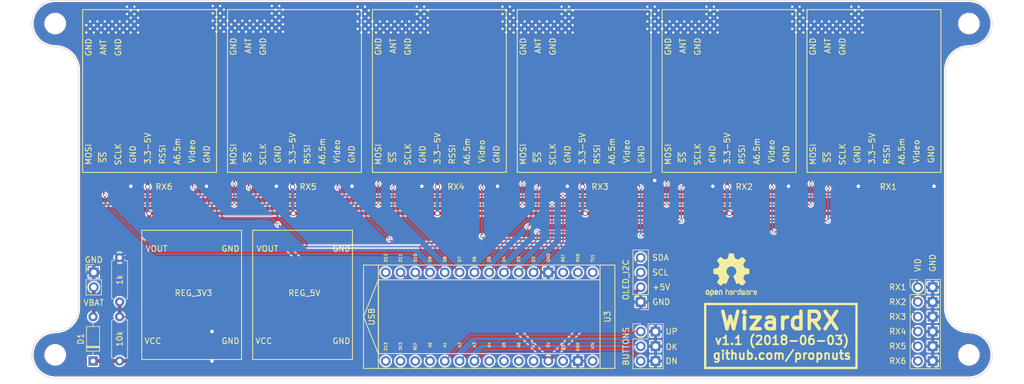
<source format=kicad_pcb>
(kicad_pcb (version 20171130) (host pcbnew "(5.0.0-rc2-63-gd4393b281)")
  (layers (0 F.Cu signal) (31 B.Cu signal) (34 B.Paste user) (35 F.Paste user) (36 B.SilkS user) (37 F.SilkS user) (38 B.Mask user) (39 F.Mask user) (44 Edge.Cuts user))
  (net 0 "")
  (net 1 VCC)
  (net 2 "Net-(D1-Pad2)")
  (net 3 +5V)
  (net 4 GND)
  (net 5 /VID1)
  (net 6 /VID2)
  (net 7 /VID3)
  (net 8 /VID4)
  (net 9 /VID5)
  (net 10 /VID6)
  (net 11 /SCL)
  (net 12 /SDA)
  (net 13 "Net-(RX1-Pad3)")
  (net 14 "Net-(RX1-Pad4)")
  (net 15 +3V3)
  (net 16 /SCLK)
  (net 17 /SS_RX1)
  (net 18 "Net-(RX1-Pad11)")
  (net 19 /MOSI)
  (net 20 "Net-(RX2-Pad11)")
  (net 21 /SS_RX2)
  (net 22 "Net-(RX2-Pad4)")
  (net 23 "Net-(RX2-Pad3)")
  (net 24 "Net-(RX3-Pad3)")
  (net 25 "Net-(RX3-Pad4)")
  (net 26 /SS_RX3)
  (net 27 "Net-(RX3-Pad11)")
  (net 28 "Net-(RX4-Pad11)")
  (net 29 /SS_RX4)
  (net 30 "Net-(RX4-Pad4)")
  (net 31 "Net-(RX4-Pad3)")
  (net 32 "Net-(RX5-Pad3)")
  (net 33 "Net-(RX5-Pad4)")
  (net 34 /SS_RX5)
  (net 35 "Net-(RX5-Pad11)")
  (net 36 "Net-(RX6-Pad11)")
  (net 37 /SS_RX6)
  (net 38 "Net-(RX6-Pad4)")
  (net 39 "Net-(RX6-Pad3)")
  (net 40 "Net-(U3-Pad1)")
  (net 41 "Net-(U3-Pad2)")
  (net 42 "Net-(U3-Pad3)")
  (net 43 "Net-(U3-Pad15)")
  (net 44 "Net-(U3-Pad16)")
  (net 45 "Net-(U3-Pad18)")
  (net 46 "Net-(U3-Pad20)")
  (net 47 "Net-(U3-Pad21)")
  (net 48 "Net-(U3-Pad22)")
  (net 49 "Net-(U3-Pad23)")
  (net 50 "Net-(U3-Pad28)")
  (net 51 "Net-(U3-Pad29)")
  (net 52 "Net-(U3-Pad30)")
  (net 53 /VCC_SENSE)
  (net 54 /BTN_UP)
  (net 55 /BTN_OK)
  (net 56 /BTN_DN)
  (module RX5808:ArduinoNano (layer F.Cu) (at 137.16 82.55 270)
    (fp_text reference U3 (at 8.89 1.27 270) (layer F.SilkS))
    (fp_text value ArduinoNano)
    (fp_text user TX1 (at -1.174761 3.81 270) (layer F.SilkS) (effects (font (size 0.5 0.5) (thickness 0.1))))
    (fp_text user RX0 (at -1.234285 6.35 270) (layer F.SilkS) (effects (font (size 0.5 0.5) (thickness 0.1))))
    (fp_text user RST (at -1.186666 8.89 270) (layer F.SilkS) (effects (font (size 0.5 0.5) (thickness 0.1))))
    (fp_text user GND (at -1.27 11.43 270) (layer F.SilkS) (effects (font (size 0.5 0.5) (thickness 0.1))))
    (fp_text user D2 (at -0.99619 13.97 270) (layer F.SilkS) (effects (font (size 0.5 0.5) (thickness 0.1))))
    (fp_text user D3 (at -0.99619 16.51 270) (layer F.SilkS) (effects (font (size 0.5 0.5) (thickness 0.1))))
    (fp_text user D4 (at -0.99619 19.05 270) (layer F.SilkS) (effects (font (size 0.5 0.5) (thickness 0.1))))
    (fp_text user D5 (at -0.99619 21.59 270) (layer F.SilkS) (effects (font (size 0.5 0.5) (thickness 0.1))))
    (fp_text user D6 (at -0.99619 24.13 270) (layer F.SilkS) (effects (font (size 0.5 0.5) (thickness 0.1))))
    (fp_text user D7 (at -0.99619 26.67 270) (layer F.SilkS) (effects (font (size 0.5 0.5) (thickness 0.1))))
    (fp_text user D8 (at -0.99619 29.21 270) (layer F.SilkS) (effects (font (size 0.5 0.5) (thickness 0.1))))
    (fp_text user D9 (at -0.99619 31.75 270) (layer F.SilkS) (effects (font (size 0.5 0.5) (thickness 0.1))))
    (fp_text user D10 (at -1.234285 34.29 270) (layer F.SilkS) (effects (font (size 0.5 0.5) (thickness 0.1))))
    (fp_text user D11 (at -1.234285 36.83 270) (layer F.SilkS) (effects (font (size 0.5 0.5) (thickness 0.1))))
    (fp_text user D12 (at -1.234285 39.37 270) (layer F.SilkS) (effects (font (size 0.5 0.5) (thickness 0.1))))
    (fp_text user VIN (at 13.883333 3.81 270) (layer F.SilkS) (effects (font (size 0.5 0.5) (thickness 0.1))))
    (fp_text user GND (at 14.05 6.35 270) (layer F.SilkS) (effects (font (size 0.5 0.5) (thickness 0.1))))
    (fp_text user RST (at 13.966666 8.89 270) (layer F.SilkS) (effects (font (size 0.5 0.5) (thickness 0.1))))
    (fp_text user 5V (at 13.740475 11.43 270) (layer F.SilkS) (effects (font (size 0.5 0.5) (thickness 0.1))))
    (fp_text user A7 (at 13.740475 13.97 270) (layer F.SilkS) (effects (font (size 0.5 0.5) (thickness 0.1))))
    (fp_text user A6 (at 13.740475 16.51 270) (layer F.SilkS) (effects (font (size 0.5 0.5) (thickness 0.1))))
    (fp_text user A5 (at 13.740475 19.05 270) (layer F.SilkS) (effects (font (size 0.5 0.5) (thickness 0.1))))
    (fp_text user A4 (at 13.740475 21.59 270) (layer F.SilkS) (effects (font (size 0.5 0.5) (thickness 0.1))))
    (fp_text user A3 (at 13.740475 24.13 270) (layer F.SilkS) (effects (font (size 0.5 0.5) (thickness 0.1))))
    (fp_text user A2 (at 13.740475 26.67 270) (layer F.SilkS) (effects (font (size 0.5 0.5) (thickness 0.1))))
    (fp_text user A1 (at 13.740475 29.21 270) (layer F.SilkS) (effects (font (size 0.5 0.5) (thickness 0.1))))
    (fp_text user A0 (at 13.740475 31.75 270) (layer F.SilkS) (effects (font (size 0.5 0.5) (thickness 0.1))))
    (fp_text user REF (at 13.978571 34.29 270) (layer F.SilkS) (effects (font (size 0.5 0.5) (thickness 0.1))))
    (fp_text user 3V3 (at 13.97857 36.83 270) (layer F.SilkS) (effects (font (size 0.5 0.5) (thickness 0.1))))
    (fp_text user D13 (at 14.014285 39.37 270) (layer F.SilkS) (effects (font (size 0.5 0.5) (thickness 0.1))))
    (fp_text user USB (at 8.89 41.783 270) (layer F.SilkS))
    (pad 30 thru_hole circle (at 16.51 39.37 270) (size 1.7 1.7) (drill 1) (layers *.Cu *.Mask) (net 52 "Net-(U3-Pad30)"))
    (pad 29 thru_hole circle (at 16.51 36.83 270) (size 1.7 1.7) (drill 1) (layers *.Cu *.Mask) (net 51 "Net-(U3-Pad29)"))
    (pad 28 thru_hole circle (at 16.51 34.29 270) (size 1.7 1.7) (drill 1) (layers *.Cu *.Mask) (net 50 "Net-(U3-Pad28)"))
    (pad 27 thru_hole circle (at 16.51 31.75 270) (size 1.7 1.7) (drill 1) (layers *.Cu *.Mask) (net 53 /VCC_SENSE))
    (pad 26 thru_hole circle (at 16.51 29.21 270) (size 1.7 1.7) (drill 1) (layers *.Cu *.Mask) (net 54 /BTN_UP))
    (pad 25 thru_hole circle (at 16.51 26.67 270) (size 1.7 1.7) (drill 1) (layers *.Cu *.Mask) (net 55 /BTN_OK))
    (pad 24 thru_hole circle (at 16.51 24.13 270) (size 1.7 1.7) (drill 1) (layers *.Cu *.Mask) (net 56 /BTN_DN))
    (pad 23 thru_hole circle (at 16.51 21.59 270) (size 1.7 1.7) (drill 1) (layers *.Cu *.Mask) (net 49 "Net-(U3-Pad23)"))
    (pad 22 thru_hole circle (at 16.51 19.05 270) (size 1.7 1.7) (drill 1) (layers *.Cu *.Mask) (net 48 "Net-(U3-Pad22)"))
    (pad 21 thru_hole circle (at 16.51 16.51 270) (size 1.7 1.7) (drill 1) (layers *.Cu *.Mask) (net 47 "Net-(U3-Pad21)"))
    (pad 20 thru_hole circle (at 16.51 13.97 270) (size 1.7 1.7) (drill 1) (layers *.Cu *.Mask) (net 46 "Net-(U3-Pad20)"))
    (pad 19 thru_hole circle (at 16.51 11.43 270) (size 1.7 1.7) (drill 1) (layers *.Cu *.Mask) (net 3 +5V))
    (pad 18 thru_hole circle (at 16.51 8.89 270) (size 1.7 1.7) (drill 1) (layers *.Cu *.Mask) (net 45 "Net-(U3-Pad18)"))
    (pad 17 thru_hole rect (at 16.51 6.35 270) (size 1.7 1.7) (drill 1) (layers *.Cu *.Mask) (net 4 GND))
    (pad 16 thru_hole circle (at 16.51 3.81 270) (size 1.7 1.7) (drill 1) (layers *.Cu *.Mask) (net 44 "Net-(U3-Pad16)"))
    (pad 15 thru_hole circle (at 1.27 39.37 270) (size 1.7 1.7) (drill 1) (layers *.Cu *.Mask) (net 43 "Net-(U3-Pad15)"))
    (pad 14 thru_hole circle (at 1.27 36.83 270) (size 1.7 1.7) (drill 1) (layers *.Cu *.Mask) (net 11 /SCL))
    (pad 13 thru_hole circle (at 1.27 34.29 270) (size 1.7 1.7) (drill 1) (layers *.Cu *.Mask) (net 12 /SDA))
    (pad 12 thru_hole circle (at 1.27 31.75 270) (size 1.7 1.7) (drill 1) (layers *.Cu *.Mask) (net 37 /SS_RX6))
    (pad 11 thru_hole circle (at 1.27 29.21 270) (size 1.7 1.7) (drill 1) (layers *.Cu *.Mask) (net 34 /SS_RX5))
    (pad 10 thru_hole circle (at 1.27 26.67 270) (size 1.7 1.7) (drill 1) (layers *.Cu *.Mask) (net 29 /SS_RX4))
    (pad 9 thru_hole circle (at 1.27 24.13 270) (size 1.7 1.7) (drill 1) (layers *.Cu *.Mask) (net 26 /SS_RX3))
    (pad 8 thru_hole circle (at 1.27 21.59 270) (size 1.7 1.7) (drill 1) (layers *.Cu *.Mask) (net 21 /SS_RX2))
    (pad 7 thru_hole circle (at 1.27 19.05 270) (size 1.7 1.7) (drill 1) (layers *.Cu *.Mask) (net 17 /SS_RX1))
    (pad 6 thru_hole circle (at 1.27 16.51 270) (size 1.7 1.7) (drill 1) (layers *.Cu *.Mask) (net 19 /MOSI))
    (pad 5 thru_hole circle (at 1.27 13.97 270) (size 1.7 1.7) (drill 1) (layers *.Cu *.Mask) (net 16 /SCLK))
    (pad 4 thru_hole rect (at 1.27 11.43 270) (size 1.7 1.7) (drill 1) (layers *.Cu *.Mask) (net 4 GND))
    (pad 3 thru_hole circle (at 1.27 8.89 270) (size 1.7 1.7) (drill 1) (layers *.Cu *.Mask) (net 42 "Net-(U3-Pad3)"))
    (pad 2 thru_hole circle (at 1.27 6.35 270) (size 1.7 1.7) (drill 1) (layers *.Cu *.Mask) (net 41 "Net-(U3-Pad2)"))
    (pad 1 thru_hole circle (at 1.27 3.81 270) (size 1.7 1.7) (drill 1) (layers *.Cu *.Mask) (net 40 "Net-(U3-Pad1)"))
  )
  (module Resistor_THT:R_Axial_DIN0207_L6.3mm_D2.5mm_P7.62mm_Horizontal (layer F.Cu) (at 52.07 81.28 270)
    (fp_text reference R2 hide)
    (fp_text value 1k (at 3.81 0 270) (layer F.SilkS))
    (pad 2 thru_hole oval (at 7.62 0 270) (size 1.6 1.6) (drill 0.8) (layers *.Cu *.Mask) (net 53 /VCC_SENSE))
    (pad 1 thru_hole circle (at 0 0 270) (size 1.6 1.6) (drill 0.8) (layers *.Cu *.Mask) (net 4 GND))
  )
  (module Connector_PinHeader_2.54mm:PinHeader_1x02_P2.54mm_Vertical (layer F.Cu) (at 47.625 83.82)
    (fp_text reference J1 hide)
    (fp_text value POWER_IN hide)
    (pad 2 thru_hole oval (at 0 2.54) (size 1.7 1.7) (drill 1) (layers *.Cu *.Mask) (net 2 "Net-(D1-Pad2)"))
    (pad 1 thru_hole rect (at 0 0) (size 1.7 1.7) (drill 1) (layers *.Cu *.Mask) (net 4 GND))
  )
  (module Resistor_THT:R_Axial_DIN0207_L6.3mm_D2.5mm_P7.62mm_Horizontal (layer F.Cu) (at 52.07 91.44 270)
    (fp_text reference R1 hide)
    (fp_text value 10k (at 3.81 0 270) (layer F.SilkS))
    (pad 2 thru_hole oval (at 7.62 0 270) (size 1.6 1.6) (drill 0.8) (layers *.Cu *.Mask) (net 1 VCC))
    (pad 1 thru_hole circle (at 0 0 270) (size 1.6 1.6) (drill 0.8) (layers *.Cu *.Mask) (net 53 /VCC_SENSE))
  )
  (module Diode_THT:D_DO-35_SOD27_P7.62mm_Horizontal (layer F.Cu) (at 47.508686 99.06 90)
    (fp_text reference D1 (at 3.81 -2.12 90) (layer F.SilkS))
    (fp_text value D)
    (pad 2 thru_hole oval (at 7.62 0 90) (size 1.6 1.6) (drill 0.8) (layers *.Cu *.Mask) (net 2 "Net-(D1-Pad2)"))
    (pad 1 thru_hole rect (at 0 0 90) (size 1.6 1.6) (drill 0.8) (layers *.Cu *.Mask) (net 1 VCC))
  )
  (module Connector_PinHeader_2.54mm:PinHeader_1x04_P2.54mm_Vertical (layer F.Cu) (at 141.605 88.9 180)
    (fp_text reference OLED1 hide)
    (fp_text value OLED_I2C (at 2.54 3.81 270) (layer F.SilkS))
    (pad 4 thru_hole oval (at 0 7.62 180) (size 1.7 1.7) (drill 1) (layers *.Cu *.Mask) (net 12 /SDA))
    (pad 3 thru_hole oval (at 0 5.08 180) (size 1.7 1.7) (drill 1) (layers *.Cu *.Mask) (net 11 /SCL))
    (pad 2 thru_hole oval (at 0 2.54 180) (size 1.7 1.7) (drill 1) (layers *.Cu *.Mask) (net 3 +5V))
    (pad 1 thru_hole rect (at 0 0 180) (size 1.7 1.7) (drill 1) (layers *.Cu *.Mask) (net 4 GND))
  )
  (module Connector_PinHeader_2.54mm:PinHeader_2x06_P2.54mm_Vertical (layer F.Cu) (at 189.23 86.36)
    (fp_text reference J2 hide)
    (fp_text value VID_OUT)
    (pad 12 thru_hole rect (at 2.54 12.7) (size 1.7 1.7) (drill 1) (layers *.Cu *.Mask) (net 4 GND))
    (pad 11 thru_hole oval (at 0 12.7) (size 1.7 1.7) (drill 1) (layers *.Cu *.Mask) (net 10 /VID6))
    (pad 10 thru_hole rect (at 2.54 10.16) (size 1.7 1.7) (drill 1) (layers *.Cu *.Mask) (net 4 GND))
    (pad 9 thru_hole oval (at 0 10.16) (size 1.7 1.7) (drill 1) (layers *.Cu *.Mask) (net 9 /VID5))
    (pad 8 thru_hole rect (at 2.54 7.62) (size 1.7 1.7) (drill 1) (layers *.Cu *.Mask) (net 4 GND))
    (pad 7 thru_hole oval (at 0 7.62) (size 1.7 1.7) (drill 1) (layers *.Cu *.Mask) (net 8 /VID4))
    (pad 6 thru_hole rect (at 2.54 5.08) (size 1.7 1.7) (drill 1) (layers *.Cu *.Mask) (net 4 GND))
    (pad 5 thru_hole oval (at 0 5.08) (size 1.7 1.7) (drill 1) (layers *.Cu *.Mask) (net 7 /VID3))
    (pad 4 thru_hole rect (at 2.54 2.54) (size 1.7 1.7) (drill 1) (layers *.Cu *.Mask) (net 4 GND))
    (pad 3 thru_hole oval (at 0 2.54) (size 1.7 1.7) (drill 1) (layers *.Cu *.Mask) (net 6 /VID2))
    (pad 2 thru_hole rect (at 2.54 0) (size 1.7 1.7) (drill 1) (layers *.Cu *.Mask) (net 4 GND))
    (pad 1 thru_hole circle (at 0 0) (size 1.7 1.7) (drill 1) (layers *.Cu *.Mask) (net 5 /VID1))
  )
  (module RX5808:BG_REG (layer F.Cu) (at 60.96 93.715314)
    (fp_text reference U2 hide)
    (fp_text value REG_3V3 (at 3.81 -6.35 180) (layer F.SilkS))
    (fp_text user GND (at 10.16 -13.97) (layer F.SilkS))
    (fp_text user VOUT (at -2.54 -13.97) (layer F.SilkS))
    (fp_text user GND (at 10.16 1.905) (layer F.SilkS))
    (fp_text user VCC (at -3.175 1.905) (layer F.SilkS))
    (pad 4 smd rect (at -3.81 -17.145) (size 2 3) (layers F.Cu F.Paste F.Mask) (net 15 +3V3))
    (pad 3 smd rect (at 10.795 -17.145) (size 2 3) (layers F.Cu F.Paste F.Mask) (net 4 GND))
    (pad 2 smd rect (at -3.81 5.08) (size 2 3) (layers F.Cu F.Paste F.Mask) (net 1 VCC))
    (pad 1 smd rect (at 10.795 5.08) (size 2 3) (layers F.Cu F.Paste F.Mask) (net 4 GND))
  )
  (module MountingHole:MountingHole_3.2mm_M3 (layer F.Cu) (at 198 98)
    (fp_text reference REF** hide)
    (fp_text value MountingHole_3.2mm_M3)
    (pad 1 np_thru_hole circle (at 0 0) (size 3.2 3.2) (drill 3.2) (layers *.Cu *.Mask))
  )
  (module MountingHole:MountingHole_3.2mm_M3 (layer F.Cu) (at 198 41)
    (fp_text reference REF** hide)
    (fp_text value MountingHole_3.2mm_M3)
    (pad 1 np_thru_hole circle (at 0 0) (size 3.2 3.2) (drill 3.2) (layers *.Cu *.Mask))
  )
  (module MountingHole:MountingHole_3.2mm_M3 (layer F.Cu) (at 41 98)
    (fp_text reference REF** hide)
    (fp_text value MountingHole_3.2mm_M3)
    (pad 1 np_thru_hole circle (at 0 0) (size 3.2 3.2) (drill 3.2) (layers *.Cu *.Mask))
  )
  (module RX5808:RX5808 (layer F.Cu) (at 170.18 38.608 270)
    (fp_text reference RX1 (at 30.48 -13.97) (layer F.SilkS))
    (fp_text value RX5808)
    (fp_text user GND (at 6.35 -6.096 270) (layer F.SilkS))
    (fp_text user GND (at 6.35 -1.016 270) (layer F.SilkS))
    (fp_text user ANT (at 6.223 -3.556 270) (layer F.SilkS))
    (fp_text user ~SS (at 25.4 -3.556 270) (layer F.SilkS))
    (fp_text user MOSI (at 24.892 -1.016 270) (layer F.SilkS))
    (fp_text user SCLK (at 24.892 -6.096 270) (layer F.SilkS))
    (fp_text user GND (at 24.892 -8.636 270) (layer F.SilkS))
    (fp_text user 3.3-5V (at 23.876 -11.176 270) (layer F.SilkS))
    (fp_text user RSSI (at 24.892 -13.716 270) (layer F.SilkS))
    (fp_text user A6.5m (at 24.384 -16.256 270) (layer F.SilkS))
    (fp_text user Video (at 24.384 -18.796 270) (layer F.SilkS))
    (fp_text user GND (at 24.892 -21.336 270) (layer F.SilkS))
    (pad 1 smd rect (at 28 -21.42 270) (size 2 1.6) (layers F.Cu F.Paste F.Mask) (net 4 GND))
    (pad 2 smd rect (at 28 -18.88 270) (size 2 1.6) (layers F.Cu F.Paste F.Mask) (net 5 /VID1))
    (pad 3 smd rect (at 28 -16.34 270) (size 2 1.6) (layers F.Cu F.Paste F.Mask) (net 13 "Net-(RX1-Pad3)"))
    (pad 4 smd rect (at 28 -13.8 270) (size 2 1.6) (layers F.Cu F.Paste F.Mask) (net 14 "Net-(RX1-Pad4)"))
    (pad 5 smd rect (at 28 -11.26 270) (size 2 1.6) (layers F.Cu F.Paste F.Mask) (net 15 +3V3))
    (pad 6 smd rect (at 28 -8.72 270) (size 2 1.6) (layers F.Cu F.Paste F.Mask) (net 4 GND))
    (pad 7 smd rect (at 28 -6.18 270) (size 2 1.6) (layers F.Cu F.Paste F.Mask) (net 16 /SCLK))
    (pad 8 smd rect (at 28 -3.64 270) (size 2 1.6) (layers F.Cu F.Paste F.Mask) (net 17 /SS_RX1))
    (pad 12 smd rect (at 0 -1.1 270) (size 2 1.6) (layers F.Cu F.Paste F.Mask) (net 4 GND))
    (pad 11 smd rect (at 0 -3.64 270) (size 2 1.6) (layers F.Cu F.Paste F.Mask) (net 18 "Net-(RX1-Pad11)"))
    (pad 10 smd rect (at 0 -6.18 270) (size 2 1.6) (layers F.Cu F.Paste F.Mask) (net 4 GND))
    (pad 9 smd rect (at 28 -1.1 270) (size 2 1.6) (layers F.Cu F.Paste F.Mask) (net 19 /MOSI))
  )
  (module RX5808:RX5808 (layer F.Cu) (at 145.288 38.608 270)
    (fp_text reference RX2 (at 30.48 -14.097) (layer F.SilkS))
    (fp_text value RX5808)
    (fp_text user GND (at 24.892 -21.336 270) (layer F.SilkS))
    (fp_text user Video (at 24.384 -18.796 270) (layer F.SilkS))
    (fp_text user A6.5m (at 24.384 -16.256 270) (layer F.SilkS))
    (fp_text user RSSI (at 24.892 -13.716 270) (layer F.SilkS))
    (fp_text user 3.3-5V (at 23.876 -11.176 270) (layer F.SilkS))
    (fp_text user GND (at 24.892 -8.636 270) (layer F.SilkS))
    (fp_text user SCLK (at 24.892 -6.096 270) (layer F.SilkS))
    (fp_text user MOSI (at 24.892 -1.016 270) (layer F.SilkS))
    (fp_text user ~SS (at 25.4 -3.556 270) (layer F.SilkS))
    (fp_text user ANT (at 6.223 -3.556 270) (layer F.SilkS))
    (fp_text user GND (at 6.35 -1.016 270) (layer F.SilkS))
    (fp_text user GND (at 6.35 -6.096 270) (layer F.SilkS))
    (pad 9 smd rect (at 28 -1.1 270) (size 2 1.6) (layers F.Cu F.Paste F.Mask) (net 19 /MOSI))
    (pad 10 smd rect (at 0 -6.18 270) (size 2 1.6) (layers F.Cu F.Paste F.Mask) (net 4 GND))
    (pad 11 smd rect (at 0 -3.64 270) (size 2 1.6) (layers F.Cu F.Paste F.Mask) (net 20 "Net-(RX2-Pad11)"))
    (pad 12 smd rect (at 0 -1.1 270) (size 2 1.6) (layers F.Cu F.Paste F.Mask) (net 4 GND))
    (pad 8 smd rect (at 28 -3.64 270) (size 2 1.6) (layers F.Cu F.Paste F.Mask) (net 21 /SS_RX2))
    (pad 7 smd rect (at 28 -6.18 270) (size 2 1.6) (layers F.Cu F.Paste F.Mask) (net 16 /SCLK))
    (pad 6 smd rect (at 28 -8.72 270) (size 2 1.6) (layers F.Cu F.Paste F.Mask) (net 4 GND))
    (pad 5 smd rect (at 28 -11.26 270) (size 2 1.6) (layers F.Cu F.Paste F.Mask) (net 15 +3V3))
    (pad 4 smd rect (at 28 -13.8 270) (size 2 1.6) (layers F.Cu F.Paste F.Mask) (net 22 "Net-(RX2-Pad4)"))
    (pad 3 smd rect (at 28 -16.34 270) (size 2 1.6) (layers F.Cu F.Paste F.Mask) (net 23 "Net-(RX2-Pad3)"))
    (pad 2 smd rect (at 28 -18.88 270) (size 2 1.6) (layers F.Cu F.Paste F.Mask) (net 6 /VID2))
    (pad 1 smd rect (at 28 -21.42 270) (size 2 1.6) (layers F.Cu F.Paste F.Mask) (net 4 GND))
  )
  (module RX5808:RX5808 (layer F.Cu) (at 120.396 38.608 270)
    (fp_text reference RX3 (at 30.48 -14.224) (layer F.SilkS))
    (fp_text value RX5808)
    (fp_text user GND (at 6.35 -6.096 270) (layer F.SilkS))
    (fp_text user GND (at 6.35 -1.016 270) (layer F.SilkS))
    (fp_text user ANT (at 6.223 -3.556 270) (layer F.SilkS))
    (fp_text user ~SS (at 25.4 -3.556 270) (layer F.SilkS))
    (fp_text user MOSI (at 24.892 -1.016 270) (layer F.SilkS))
    (fp_text user SCLK (at 24.892 -6.096 270) (layer F.SilkS))
    (fp_text user GND (at 24.892 -8.636 270) (layer F.SilkS))
    (fp_text user 3.3-5V (at 23.876 -11.176 270) (layer F.SilkS))
    (fp_text user RSSI (at 24.892 -13.716 270) (layer F.SilkS))
    (fp_text user A6.5m (at 24.384 -16.256 270) (layer F.SilkS))
    (fp_text user Video (at 24.384 -18.796 270) (layer F.SilkS))
    (fp_text user GND (at 24.892 -21.336 270) (layer F.SilkS))
    (pad 1 smd rect (at 28 -21.42 270) (size 2 1.6) (layers F.Cu F.Paste F.Mask) (net 4 GND))
    (pad 2 smd rect (at 28 -18.88 270) (size 2 1.6) (layers F.Cu F.Paste F.Mask) (net 7 /VID3))
    (pad 3 smd rect (at 28 -16.34 270) (size 2 1.6) (layers F.Cu F.Paste F.Mask) (net 24 "Net-(RX3-Pad3)"))
    (pad 4 smd rect (at 28 -13.8 270) (size 2 1.6) (layers F.Cu F.Paste F.Mask) (net 25 "Net-(RX3-Pad4)"))
    (pad 5 smd rect (at 28 -11.26 270) (size 2 1.6) (layers F.Cu F.Paste F.Mask) (net 15 +3V3))
    (pad 6 smd rect (at 28 -8.72 270) (size 2 1.6) (layers F.Cu F.Paste F.Mask) (net 4 GND))
    (pad 7 smd rect (at 28 -6.18 270) (size 2 1.6) (layers F.Cu F.Paste F.Mask) (net 16 /SCLK))
    (pad 8 smd rect (at 28 -3.64 270) (size 2 1.6) (layers F.Cu F.Paste F.Mask) (net 26 /SS_RX3))
    (pad 12 smd rect (at 0 -1.1 270) (size 2 1.6) (layers F.Cu F.Paste F.Mask) (net 4 GND))
    (pad 11 smd rect (at 0 -3.64 270) (size 2 1.6) (layers F.Cu F.Paste F.Mask) (net 27 "Net-(RX3-Pad11)"))
    (pad 10 smd rect (at 0 -6.18 270) (size 2 1.6) (layers F.Cu F.Paste F.Mask) (net 4 GND))
    (pad 9 smd rect (at 28 -1.1 270) (size 2 1.6) (layers F.Cu F.Paste F.Mask) (net 19 /MOSI))
  )
  (module RX5808:RX5808 (layer F.Cu) (at 95.504 38.608 270)
    (fp_text reference RX4 (at 30.48 -14.351) (layer F.SilkS))
    (fp_text value RX5808)
    (fp_text user GND (at 24.892 -21.336 270) (layer F.SilkS))
    (fp_text user Video (at 24.384 -18.796 270) (layer F.SilkS))
    (fp_text user A6.5m (at 24.384 -16.256 270) (layer F.SilkS))
    (fp_text user RSSI (at 24.892 -13.716 270) (layer F.SilkS))
    (fp_text user 3.3-5V (at 23.876 -11.176 270) (layer F.SilkS))
    (fp_text user GND (at 24.892 -8.636 270) (layer F.SilkS))
    (fp_text user SCLK (at 24.892 -6.096 270) (layer F.SilkS))
    (fp_text user MOSI (at 24.892 -1.016 270) (layer F.SilkS))
    (fp_text user ~SS (at 25.4 -3.556 270) (layer F.SilkS))
    (fp_text user ANT (at 6.223 -3.556 270) (layer F.SilkS))
    (fp_text user GND (at 6.35 -1.016 270) (layer F.SilkS))
    (fp_text user GND (at 6.35 -6.096 270) (layer F.SilkS))
    (pad 9 smd rect (at 28 -1.1 270) (size 2 1.6) (layers F.Cu F.Paste F.Mask) (net 19 /MOSI))
    (pad 10 smd rect (at 0 -6.18 270) (size 2 1.6) (layers F.Cu F.Paste F.Mask) (net 4 GND))
    (pad 11 smd rect (at 0 -3.64 270) (size 2 1.6) (layers F.Cu F.Paste F.Mask) (net 28 "Net-(RX4-Pad11)"))
    (pad 12 smd rect (at 0 -1.1 270) (size 2 1.6) (layers F.Cu F.Paste F.Mask) (net 4 GND))
    (pad 8 smd rect (at 28 -3.64 270) (size 2 1.6) (layers F.Cu F.Paste F.Mask) (net 29 /SS_RX4))
    (pad 7 smd rect (at 28 -6.18 270) (size 2 1.6) (layers F.Cu F.Paste F.Mask) (net 16 /SCLK))
    (pad 6 smd rect (at 28 -8.72 270) (size 2 1.6) (layers F.Cu F.Paste F.Mask) (net 4 GND))
    (pad 5 smd rect (at 28 -11.26 270) (size 2 1.6) (layers F.Cu F.Paste F.Mask) (net 15 +3V3))
    (pad 4 smd rect (at 28 -13.8 270) (size 2 1.6) (layers F.Cu F.Paste F.Mask) (net 30 "Net-(RX4-Pad4)"))
    (pad 3 smd rect (at 28 -16.34 270) (size 2 1.6) (layers F.Cu F.Paste F.Mask) (net 31 "Net-(RX4-Pad3)"))
    (pad 2 smd rect (at 28 -18.88 270) (size 2 1.6) (layers F.Cu F.Paste F.Mask) (net 8 /VID4))
    (pad 1 smd rect (at 28 -21.42 270) (size 2 1.6) (layers F.Cu F.Paste F.Mask) (net 4 GND))
  )
  (module RX5808:RX5808 (layer F.Cu) (at 70.612 38.608 270)
    (fp_text reference RX5 (at 30.48 -13.843) (layer F.SilkS))
    (fp_text value RX5808)
    (fp_text user GND (at 6.35 -6.096 270) (layer F.SilkS))
    (fp_text user GND (at 6.35 -1.016 270) (layer F.SilkS))
    (fp_text user ANT (at 6.223 -3.556 270) (layer F.SilkS))
    (fp_text user ~SS (at 25.4 -3.556 270) (layer F.SilkS))
    (fp_text user MOSI (at 24.892 -1.016 270) (layer F.SilkS))
    (fp_text user SCLK (at 24.892 -6.096 270) (layer F.SilkS))
    (fp_text user GND (at 24.892 -8.636 270) (layer F.SilkS))
    (fp_text user 3.3-5V (at 23.876 -11.176 270) (layer F.SilkS))
    (fp_text user RSSI (at 24.892 -13.716 270) (layer F.SilkS))
    (fp_text user A6.5m (at 24.384 -16.256 270) (layer F.SilkS))
    (fp_text user Video (at 24.384 -18.796 270) (layer F.SilkS))
    (fp_text user GND (at 24.892 -21.336 270) (layer F.SilkS))
    (pad 1 smd rect (at 28 -21.42 270) (size 2 1.6) (layers F.Cu F.Paste F.Mask) (net 4 GND))
    (pad 2 smd rect (at 28 -18.88 270) (size 2 1.6) (layers F.Cu F.Paste F.Mask) (net 9 /VID5))
    (pad 3 smd rect (at 28 -16.34 270) (size 2 1.6) (layers F.Cu F.Paste F.Mask) (net 32 "Net-(RX5-Pad3)"))
    (pad 4 smd rect (at 28 -13.8 270) (size 2 1.6) (layers F.Cu F.Paste F.Mask) (net 33 "Net-(RX5-Pad4)"))
    (pad 5 smd rect (at 28 -11.26 270) (size 2 1.6) (layers F.Cu F.Paste F.Mask) (net 15 +3V3))
    (pad 6 smd rect (at 28 -8.72 270) (size 2 1.6) (layers F.Cu F.Paste F.Mask) (net 4 GND))
    (pad 7 smd rect (at 28 -6.18 270) (size 2 1.6) (layers F.Cu F.Paste F.Mask) (net 16 /SCLK))
    (pad 8 smd rect (at 28 -3.64 270) (size 2 1.6) (layers F.Cu F.Paste F.Mask) (net 34 /SS_RX5))
    (pad 12 smd rect (at 0 -1.1 270) (size 2 1.6) (layers F.Cu F.Paste F.Mask) (net 4 GND))
    (pad 11 smd rect (at 0 -3.64 270) (size 2 1.6) (layers F.Cu F.Paste F.Mask) (net 35 "Net-(RX5-Pad11)"))
    (pad 10 smd rect (at 0 -6.18 270) (size 2 1.6) (layers F.Cu F.Paste F.Mask) (net 4 GND))
    (pad 9 smd rect (at 28 -1.1 270) (size 2 1.6) (layers F.Cu F.Paste F.Mask) (net 19 /MOSI))
  )
  (module RX5808:RX5808 (layer F.Cu) (at 45.72 38.608 270)
    (fp_text reference RX6 (at 30.48 -13.97) (layer F.SilkS))
    (fp_text value RX5808)
    (fp_text user GND (at 24.892 -21.336 270) (layer F.SilkS))
    (fp_text user Video (at 24.384 -18.796 270) (layer F.SilkS))
    (fp_text user A6.5m (at 24.384 -16.256 270) (layer F.SilkS))
    (fp_text user RSSI (at 24.892 -13.716 270) (layer F.SilkS))
    (fp_text user 3.3-5V (at 23.876 -11.176 270) (layer F.SilkS))
    (fp_text user GND (at 24.892 -8.636 270) (layer F.SilkS))
    (fp_text user SCLK (at 24.892 -6.096 270) (layer F.SilkS))
    (fp_text user MOSI (at 24.892 -1.016 270) (layer F.SilkS))
    (fp_text user ~SS (at 25.4 -3.556 270) (layer F.SilkS))
    (fp_text user ANT (at 6.477 -3.556 270) (layer F.SilkS))
    (fp_text user GND (at 6.477 -1.016 270) (layer F.SilkS))
    (fp_text user GND (at 6.477 -6.096 270) (layer F.SilkS))
    (pad 9 smd rect (at 28 -1.1 270) (size 2 1.6) (layers F.Cu F.Paste F.Mask) (net 19 /MOSI))
    (pad 10 smd rect (at 0 -6.18 270) (size 2 1.6) (layers F.Cu F.Paste F.Mask) (net 4 GND))
    (pad 11 smd rect (at 0 -3.64 270) (size 2 1.6) (layers F.Cu F.Paste F.Mask) (net 36 "Net-(RX6-Pad11)"))
    (pad 12 smd rect (at 0 -1.1 270) (size 2 1.6) (layers F.Cu F.Paste F.Mask) (net 4 GND))
    (pad 8 smd rect (at 28 -3.64 270) (size 2 1.6) (layers F.Cu F.Paste F.Mask) (net 37 /SS_RX6))
    (pad 7 smd rect (at 28 -6.18 270) (size 2 1.6) (layers F.Cu F.Paste F.Mask) (net 16 /SCLK))
    (pad 6 smd rect (at 28 -8.72 270) (size 2 1.6) (layers F.Cu F.Paste F.Mask) (net 4 GND))
    (pad 5 smd rect (at 28 -11.26 270) (size 2 1.6) (layers F.Cu F.Paste F.Mask) (net 15 +3V3))
    (pad 4 smd rect (at 28 -13.8 270) (size 2 1.6) (layers F.Cu F.Paste F.Mask) (net 38 "Net-(RX6-Pad4)"))
    (pad 3 smd rect (at 28 -16.34 270) (size 2 1.6) (layers F.Cu F.Paste F.Mask) (net 39 "Net-(RX6-Pad3)"))
    (pad 2 smd rect (at 28 -18.88 270) (size 2 1.6) (layers F.Cu F.Paste F.Mask) (net 10 /VID6))
    (pad 1 smd rect (at 28 -21.42 270) (size 2 1.6) (layers F.Cu F.Paste F.Mask) (net 4 GND))
  )
  (module RX5808:BG_REG (layer F.Cu) (at 80.01 93.715314)
    (fp_text reference U1 hide)
    (fp_text value REG_5V (at 3.81 -6.35 180) (layer F.SilkS))
    (fp_text user VCC (at -3.175 1.905) (layer F.SilkS))
    (fp_text user GND (at 10.16 1.905) (layer F.SilkS))
    (fp_text user VOUT (at -2.54 -13.97) (layer F.SilkS))
    (fp_text user GND (at 10.16 -13.97) (layer F.SilkS))
    (pad 1 smd rect (at 10.795 5.08) (size 2 3) (layers F.Cu F.Paste F.Mask) (net 4 GND))
    (pad 2 smd rect (at -3.81 5.08) (size 2 3) (layers F.Cu F.Paste F.Mask) (net 1 VCC))
    (pad 3 smd rect (at 10.795 -17.145) (size 2 3) (layers F.Cu F.Paste F.Mask) (net 4 GND))
    (pad 4 smd rect (at -3.81 -17.145) (size 2 3) (layers F.Cu F.Paste F.Mask) (net 3 +5V))
  )
  (module MountingHole:MountingHole_3.2mm_M3 (layer F.Cu) (at 41 41)
    (fp_text reference REF** hide)
    (fp_text value MountingHole_3.2mm_M3)
    (pad 1 np_thru_hole circle (at 0 0) (size 3.2 3.2) (drill 3.2) (layers *.Cu *.Mask))
  )
  (module Connector_PinHeader_2.54mm:PinHeader_2x03_P2.54mm_Vertical (layer F.Cu) (at 141.605 93.98)
    (fp_text reference J3 hide)
    (fp_text value BUTTONS (at -2.54 2.54 90) (layer F.SilkS))
    (pad 1 thru_hole circle (at 0 0) (size 1.7 1.7) (drill 1) (layers *.Cu *.Mask) (net 54 /BTN_UP))
    (pad 2 thru_hole rect (at 2.54 0) (size 1.7 1.7) (drill 1) (layers *.Cu *.Mask) (net 4 GND))
    (pad 3 thru_hole circle (at 0 2.54) (size 1.7 1.7) (drill 1) (layers *.Cu *.Mask) (net 55 /BTN_OK))
    (pad 4 thru_hole rect (at 2.54 2.54) (size 1.7 1.7) (drill 1) (layers *.Cu *.Mask) (net 4 GND))
    (pad 5 thru_hole circle (at 0 5.08) (size 1.7 1.7) (drill 1) (layers *.Cu *.Mask) (net 56 /BTN_DN))
    (pad 6 thru_hole rect (at 2.54 5.08) (size 1.7 1.7) (drill 1) (layers *.Cu *.Mask) (net 4 GND))
  )
  (module Symbol:OSHW-Logo2_9.8x8mm_SilkScreen (layer F.Cu) (at 157.183 84.254)
    (fp_text reference REF** hide)
    (fp_text value OSHW-Logo2_9.8x8mm_SilkScreen hide)
  )
  (gr_text "GND\n" (at 47.625 81.661) (layer F.SilkS) (effects (font (size 1 1))))
  (gr_text VBAT (at 47.625 89.027) (layer F.SilkS) (effects (font (size 1 1))))
  (gr_line (start 178.683 89.254) (end 152.683 89.254) (layer F.SilkS) (width 0.4))
  (gr_line (start 178.683 100.254) (end 178.683 89.254) (layer F.SilkS) (width 0.4))
  (gr_line (start 152.683 100.254) (end 178.683 100.254) (layer F.SilkS) (width 0.4))
  (gr_line (start 152.683 89.254) (end 152.683 100.254) (layer F.SilkS) (width 0.4))
  (gr_text GND (at 143.51 88.9) (layer F.SilkS) (effects (font (size 1 1)) (justify left)))
  (gr_text +5V (at 143.51 86.36) (layer F.SilkS) (effects (font (size 1 1)) (justify left)))
  (gr_text SCL (at 143.51 83.82) (layer F.SilkS) (effects (font (size 1 1)) (justify left)))
  (gr_text UP (at 145.796 93.98) (layer F.SilkS) (effects (font (size 1 1)) (justify left)))
  (gr_text SDA (at 143.51 81.28) (layer F.SilkS) (effects (font (size 1 1)) (justify left)))
  (gr_text github.com/propnuts (at 165.878 98.044) (layer F.SilkS) (effects (font (size 1.5 1.5) (thickness 0.3))))
  (gr_text "v1.1 (2018-06-03)" (at 165.878 95.504) (layer F.SilkS) (effects (font (size 1.5 1.5) (thickness 0.3))))
  (gr_text WizardRX (at 165.497 92.144) (layer F.SilkS) (effects (font (size 3 3) (thickness 0.6))))
  (gr_line (start 41 37) (end 198 37) (layer Edge.Cuts) (width 0.1))
  (gr_line (start 198 102) (end 41 102) (layer Edge.Cuts) (width 0.1))
  (gr_line (start 194 90) (end 194 49) (layer Edge.Cuts) (width 0.1))
  (gr_arc (start 198 90) (end 194 90) (angle -90) (layer Edge.Cuts) (width 0.1))
  (gr_arc (start 198 98) (end 198 102) (angle -90) (layer Edge.Cuts) (width 0.1))
  (gr_arc (start 198 98) (end 202 98) (angle -90) (layer Edge.Cuts) (width 0.1))
  (gr_arc (start 198 49) (end 198 45) (angle -90) (layer Edge.Cuts) (width 0.1))
  (gr_arc (start 198 41) (end 198 45) (angle -90) (layer Edge.Cuts) (width 0.1))
  (gr_arc (start 198 41) (end 202 41) (angle -90) (layer Edge.Cuts) (width 0.1))
  (gr_line (start 45 49) (end 45 90) (layer Edge.Cuts) (width 0.1))
  (gr_arc (start 41 49) (end 45 49) (angle -90) (layer Edge.Cuts) (width 0.1))
  (gr_arc (start 41 41) (end 41 37) (angle -90) (layer Edge.Cuts) (width 0.1))
  (gr_arc (start 41 41) (end 37 41) (angle -90) (layer Edge.Cuts) (width 0.1))
  (gr_arc (start 41 90) (end 41 94) (angle -90) (layer Edge.Cuts) (width 0.1))
  (gr_arc (start 41 98) (end 41 94) (angle -90) (layer Edge.Cuts) (width 0.1))
  (gr_arc (start 41 98) (end 37 98) (angle -90) (layer Edge.Cuts) (width 0.1))
  (gr_text DN (at 145.796 99.06) (layer F.SilkS) (effects (font (size 1 1)) (justify left)))
  (gr_text OK (at 145.796 96.647) (layer F.SilkS) (effects (font (size 1 1)) (justify left)))
  (gr_text RX6 (at 187.325 99.06) (layer F.SilkS) (effects (font (size 1 1)) (justify right)))
  (gr_text RX5 (at 187.325 96.52) (layer F.SilkS) (effects (font (size 1 1)) (justify right)))
  (gr_text RX4 (at 187.325 93.98) (layer F.SilkS) (effects (font (size 1 1)) (justify right)))
  (gr_text RX3 (at 187.325 91.44) (layer F.SilkS) (effects (font (size 1 1)) (justify right)))
  (gr_text RX2 (at 187.325 88.9) (layer F.SilkS) (effects (font (size 1 1)) (justify right)))
  (gr_text RX1 (at 187.325 86.36) (layer F.SilkS) (effects (font (size 1 1)) (justify right)))
  (gr_text "GND\n" (at 191.77 83.82 90) (layer F.SilkS) (effects (font (size 1 1)) (justify left)))
  (gr_text VID (at 189.23 83.82 90) (layer F.SilkS) (effects (font (size 1 1)) (justify left)))
  (segment (start 47.508686 99.06) (end 52.07 99.06) (width 0.635) (layer F.Cu) (net 1))
  (segment (start 56.885314 99.06) (end 57.15 98.795314) (width 0.635) (layer F.Cu) (net 1))
  (segment (start 52.07 99.06) (end 56.885314 99.06) (width 0.635) (layer F.Cu) (net 1))
  (segment (start 76.2 98.295314) (end 76.2 98.795314) (width 0.635) (layer F.Cu) (net 1))
  (segment (start 73.789686 95.885) (end 76.2 98.295314) (width 0.635) (layer F.Cu) (net 1))
  (segment (start 61.695314 95.885) (end 73.789686 95.885) (width 0.635) (layer F.Cu) (net 1))
  (segment (start 57.15 98.795314) (end 58.785 98.795314) (width 0.635) (layer F.Cu) (net 1))
  (segment (start 58.785 98.795314) (end 61.695314 95.885) (width 0.635) (layer F.Cu) (net 1))
  (segment (start 47.508686 86.476314) (end 47.625 86.36) (width 0.635) (layer F.Cu) (net 2))
  (segment (start 47.625 91.323686) (end 47.508686 91.44) (width 0.635) (layer F.Cu) (net 2))
  (segment (start 47.625 86.36) (end 47.625 91.323686) (width 0.635) (layer F.Cu) (net 2))
  (segment (start 118.745 92.075) (end 125.73 99.06) (width 0.635) (layer F.Cu) (net 3))
  (segment (start 93.339686 92.075) (end 118.745 92.075) (width 0.635) (layer F.Cu) (net 3))
  (segment (start 76.2 76.570314) (end 77.835 76.570314) (width 0.635) (layer F.Cu) (net 3))
  (segment (start 77.835 76.570314) (end 93.339686 92.075) (width 0.635) (layer F.Cu) (net 3))
  (segment (start 133.985 90.805) (end 125.73 99.06) (width 0.635) (layer F.Cu) (net 3))
  (segment (start 141.605 86.36) (end 137.16 90.805) (width 0.635) (layer F.Cu) (net 3))
  (segment (start 137.16 90.805) (end 133.985 90.805) (width 0.635) (layer F.Cu) (net 3))
  (via (at 168.275 42.545) (size 0.6) (drill 0.4) (layers F.Cu B.Cu) (net 4))
  (via (at 167.64 39.37) (size 0.6) (drill 0.4) (layers F.Cu B.Cu) (net 4))
  (via (at 167.64 40.64) (size 0.6) (drill 0.4) (layers F.Cu B.Cu) (net 4))
  (via (at 167.64 41.91) (size 0.6) (drill 0.4) (layers F.Cu B.Cu) (net 4))
  (via (at 167.64 38.1) (size 0.6) (drill 0.4) (layers F.Cu B.Cu) (net 4))
  (via (at 168.275 40.005) (size 0.6) (drill 0.4) (layers F.Cu B.Cu) (net 4))
  (via (at 168.275 41.275) (size 0.6) (drill 0.4) (layers F.Cu B.Cu) (net 4))
  (via (at 168.91 40.64) (size 0.6) (drill 0.4) (layers F.Cu B.Cu) (net 4))
  (via (at 168.91 41.91) (size 0.6) (drill 0.4) (layers F.Cu B.Cu) (net 4))
  (via (at 169.545 38.735) (size 0.6) (drill 0.4) (layers F.Cu B.Cu) (net 4))
  (via (at 169.545 40.005) (size 0.6) (drill 0.4) (layers F.Cu B.Cu) (net 4))
  (via (at 168.91 38.1) (size 0.6) (drill 0.4) (layers F.Cu B.Cu) (net 4))
  (via (at 168.91 39.37) (size 0.6) (drill 0.4) (layers F.Cu B.Cu) (net 4))
  (via (at 168.275 38.735) (size 0.6) (drill 0.4) (layers F.Cu B.Cu) (net 4))
  (via (at 179.705 41.275) (size 0.6) (drill 0.4) (layers F.Cu B.Cu) (net 4))
  (via (at 173.99 41.91) (size 0.6) (drill 0.4) (layers F.Cu B.Cu) (net 4))
  (via (at 178.435 38.735) (size 0.6) (drill 0.4) (layers F.Cu B.Cu) (net 4))
  (via (at 175.26 40.64) (size 0.6) (drill 0.4) (layers F.Cu B.Cu) (net 4))
  (via (at 179.07 39.37) (size 0.6) (drill 0.4) (layers F.Cu B.Cu) (net 4))
  (via (at 172.085 41.275) (size 0.6) (drill 0.4) (layers F.Cu B.Cu) (net 4))
  (via (at 179.07 40.64) (size 0.6) (drill 0.4) (layers F.Cu B.Cu) (net 4))
  (via (at 176.53 40.64) (size 0.6) (drill 0.4) (layers F.Cu B.Cu) (net 4))
  (via (at 177.165 41.275) (size 0.6) (drill 0.4) (layers F.Cu B.Cu) (net 4))
  (via (at 178.435 40.005) (size 0.6) (drill 0.4) (layers F.Cu B.Cu) (net 4))
  (via (at 177.8 39.37) (size 0.6) (drill 0.4) (layers F.Cu B.Cu) (net 4))
  (via (at 176.53 41.91) (size 0.6) (drill 0.4) (layers F.Cu B.Cu) (net 4))
  (via (at 177.8 38.1) (size 0.6) (drill 0.4) (layers F.Cu B.Cu) (net 4))
  (via (at 175.26 41.91) (size 0.6) (drill 0.4) (layers F.Cu B.Cu) (net 4))
  (via (at 173.99 40.64) (size 0.6) (drill 0.4) (layers F.Cu B.Cu) (net 4))
  (via (at 173.355 42.545) (size 0.6) (drill 0.4) (layers F.Cu B.Cu) (net 4))
  (via (at 171.45 40.64) (size 0.6) (drill 0.4) (layers F.Cu B.Cu) (net 4))
  (via (at 179.07 41.91) (size 0.6) (drill 0.4) (layers F.Cu B.Cu) (net 4))
  (via (at 179.705 38.735) (size 0.6) (drill 0.4) (layers F.Cu B.Cu) (net 4))
  (via (at 178.435 41.275) (size 0.6) (drill 0.4) (layers F.Cu B.Cu) (net 4))
  (via (at 170.815 42.545) (size 0.6) (drill 0.4) (layers F.Cu B.Cu) (net 4))
  (via (at 177.165 42.545) (size 0.6) (drill 0.4) (layers F.Cu B.Cu) (net 4))
  (via (at 175.895 42.545) (size 0.6) (drill 0.4) (layers F.Cu B.Cu) (net 4))
  (via (at 177.8 40.64) (size 0.6) (drill 0.4) (layers F.Cu B.Cu) (net 4))
  (via (at 172.72 41.91) (size 0.6) (drill 0.4) (layers F.Cu B.Cu) (net 4))
  (via (at 171.45 41.91) (size 0.6) (drill 0.4) (layers F.Cu B.Cu) (net 4))
  (via (at 174.625 41.275) (size 0.6) (drill 0.4) (layers F.Cu B.Cu) (net 4))
  (via (at 173.355 41.275) (size 0.6) (drill 0.4) (layers F.Cu B.Cu) (net 4))
  (via (at 174.625 42.545) (size 0.6) (drill 0.4) (layers F.Cu B.Cu) (net 4))
  (via (at 179.705 40.005) (size 0.6) (drill 0.4) (layers F.Cu B.Cu) (net 4))
  (via (at 175.895 41.275) (size 0.6) (drill 0.4) (layers F.Cu B.Cu) (net 4))
  (via (at 178.435 42.545) (size 0.6) (drill 0.4) (layers F.Cu B.Cu) (net 4))
  (via (at 179.705 42.545) (size 0.6) (drill 0.4) (layers F.Cu B.Cu) (net 4))
  (via (at 179.07 38.1) (size 0.6) (drill 0.4) (layers F.Cu B.Cu) (net 4))
  (via (at 177.8 41.91) (size 0.6) (drill 0.4) (layers F.Cu B.Cu) (net 4))
  (via (at 172.085 42.545) (size 0.6) (drill 0.4) (layers F.Cu B.Cu) (net 4))
  (via (at 172.72 40.64) (size 0.6) (drill 0.4) (layers F.Cu B.Cu) (net 4))
  (via (at 170.815 41.275) (size 0.6) (drill 0.4) (layers F.Cu B.Cu) (net 4))
  (via (at 169.545 42.545) (size 0.6) (drill 0.4) (layers F.Cu B.Cu) (net 4))
  (via (at 170.18 41.91) (size 0.6) (drill 0.4) (layers F.Cu B.Cu) (net 4))
  (via (at 169.545 41.275) (size 0.6) (drill 0.4) (layers F.Cu B.Cu) (net 4))
  (via (at 170.18 40.64) (size 0.6) (drill 0.4) (layers F.Cu B.Cu) (net 4))
  (via (at 143.383 42.545) (size 0.6) (drill 0.4) (layers F.Cu B.Cu) (net 4))
  (via (at 142.748 39.37) (size 0.6) (drill 0.4) (layers F.Cu B.Cu) (net 4))
  (via (at 142.748 40.64) (size 0.6) (drill 0.4) (layers F.Cu B.Cu) (net 4))
  (via (at 142.748 41.91) (size 0.6) (drill 0.4) (layers F.Cu B.Cu) (net 4))
  (via (at 142.748 38.1) (size 0.6) (drill 0.4) (layers F.Cu B.Cu) (net 4))
  (via (at 143.383 40.005) (size 0.6) (drill 0.4) (layers F.Cu B.Cu) (net 4))
  (via (at 143.383 41.275) (size 0.6) (drill 0.4) (layers F.Cu B.Cu) (net 4))
  (via (at 144.018 40.64) (size 0.6) (drill 0.4) (layers F.Cu B.Cu) (net 4))
  (via (at 144.018 41.91) (size 0.6) (drill 0.4) (layers F.Cu B.Cu) (net 4))
  (via (at 144.653 38.735) (size 0.6) (drill 0.4) (layers F.Cu B.Cu) (net 4))
  (via (at 144.653 40.005) (size 0.6) (drill 0.4) (layers F.Cu B.Cu) (net 4))
  (via (at 144.018 38.1) (size 0.6) (drill 0.4) (layers F.Cu B.Cu) (net 4))
  (via (at 144.018 39.37) (size 0.6) (drill 0.4) (layers F.Cu B.Cu) (net 4))
  (via (at 143.383 38.735) (size 0.6) (drill 0.4) (layers F.Cu B.Cu) (net 4))
  (via (at 154.813 41.275) (size 0.6) (drill 0.4) (layers F.Cu B.Cu) (net 4))
  (via (at 149.098 41.91) (size 0.6) (drill 0.4) (layers F.Cu B.Cu) (net 4))
  (via (at 153.543 38.735) (size 0.6) (drill 0.4) (layers F.Cu B.Cu) (net 4))
  (via (at 150.368 40.64) (size 0.6) (drill 0.4) (layers F.Cu B.Cu) (net 4))
  (via (at 154.178 39.37) (size 0.6) (drill 0.4) (layers F.Cu B.Cu) (net 4))
  (via (at 147.193 41.275) (size 0.6) (drill 0.4) (layers F.Cu B.Cu) (net 4))
  (via (at 154.178 40.64) (size 0.6) (drill 0.4) (layers F.Cu B.Cu) (net 4))
  (via (at 151.638 40.64) (size 0.6) (drill 0.4) (layers F.Cu B.Cu) (net 4))
  (via (at 152.273 41.275) (size 0.6) (drill 0.4) (layers F.Cu B.Cu) (net 4))
  (via (at 153.543 40.005) (size 0.6) (drill 0.4) (layers F.Cu B.Cu) (net 4))
  (via (at 152.908 39.37) (size 0.6) (drill 0.4) (layers F.Cu B.Cu) (net 4))
  (via (at 151.638 41.91) (size 0.6) (drill 0.4) (layers F.Cu B.Cu) (net 4))
  (via (at 152.908 38.1) (size 0.6) (drill 0.4) (layers F.Cu B.Cu) (net 4))
  (via (at 150.368 41.91) (size 0.6) (drill 0.4) (layers F.Cu B.Cu) (net 4))
  (via (at 149.098 40.64) (size 0.6) (drill 0.4) (layers F.Cu B.Cu) (net 4))
  (via (at 148.463 42.545) (size 0.6) (drill 0.4) (layers F.Cu B.Cu) (net 4))
  (via (at 146.558 40.64) (size 0.6) (drill 0.4) (layers F.Cu B.Cu) (net 4))
  (via (at 154.178 41.91) (size 0.6) (drill 0.4) (layers F.Cu B.Cu) (net 4))
  (via (at 154.813 38.735) (size 0.6) (drill 0.4) (layers F.Cu B.Cu) (net 4))
  (via (at 153.543 41.275) (size 0.6) (drill 0.4) (layers F.Cu B.Cu) (net 4))
  (via (at 145.923 42.545) (size 0.6) (drill 0.4) (layers F.Cu B.Cu) (net 4))
  (via (at 152.273 42.545) (size 0.6) (drill 0.4) (layers F.Cu B.Cu) (net 4))
  (via (at 151.003 42.545) (size 0.6) (drill 0.4) (layers F.Cu B.Cu) (net 4))
  (via (at 152.908 40.64) (size 0.6) (drill 0.4) (layers F.Cu B.Cu) (net 4))
  (via (at 147.828 41.91) (size 0.6) (drill 0.4) (layers F.Cu B.Cu) (net 4))
  (via (at 146.558 41.91) (size 0.6) (drill 0.4) (layers F.Cu B.Cu) (net 4))
  (via (at 149.733 41.275) (size 0.6) (drill 0.4) (layers F.Cu B.Cu) (net 4))
  (via (at 148.463 41.275) (size 0.6) (drill 0.4) (layers F.Cu B.Cu) (net 4))
  (via (at 149.733 42.545) (size 0.6) (drill 0.4) (layers F.Cu B.Cu) (net 4))
  (via (at 154.813 40.005) (size 0.6) (drill 0.4) (layers F.Cu B.Cu) (net 4))
  (via (at 151.003 41.275) (size 0.6) (drill 0.4) (layers F.Cu B.Cu) (net 4))
  (via (at 153.543 42.545) (size 0.6) (drill 0.4) (layers F.Cu B.Cu) (net 4))
  (via (at 154.813 42.545) (size 0.6) (drill 0.4) (layers F.Cu B.Cu) (net 4))
  (via (at 154.178 38.1) (size 0.6) (drill 0.4) (layers F.Cu B.Cu) (net 4))
  (via (at 152.908 41.91) (size 0.6) (drill 0.4) (layers F.Cu B.Cu) (net 4))
  (via (at 147.193 42.545) (size 0.6) (drill 0.4) (layers F.Cu B.Cu) (net 4))
  (via (at 147.828 40.64) (size 0.6) (drill 0.4) (layers F.Cu B.Cu) (net 4))
  (via (at 145.923 41.275) (size 0.6) (drill 0.4) (layers F.Cu B.Cu) (net 4))
  (via (at 144.653 42.545) (size 0.6) (drill 0.4) (layers F.Cu B.Cu) (net 4))
  (via (at 145.288 41.91) (size 0.6) (drill 0.4) (layers F.Cu B.Cu) (net 4))
  (via (at 144.653 41.275) (size 0.6) (drill 0.4) (layers F.Cu B.Cu) (net 4))
  (via (at 145.288 40.64) (size 0.6) (drill 0.4) (layers F.Cu B.Cu) (net 4))
  (via (at 117.856 39.37) (size 0.6) (drill 0.4) (layers F.Cu B.Cu) (net 4))
  (via (at 117.856 40.64) (size 0.6) (drill 0.4) (layers F.Cu B.Cu) (net 4))
  (via (at 117.856 41.91) (size 0.6) (drill 0.4) (layers F.Cu B.Cu) (net 4))
  (via (at 117.856 38.1) (size 0.6) (drill 0.4) (layers F.Cu B.Cu) (net 4))
  (via (at 118.491 40.005) (size 0.6) (drill 0.4) (layers F.Cu B.Cu) (net 4))
  (via (at 118.491 41.275) (size 0.6) (drill 0.4) (layers F.Cu B.Cu) (net 4))
  (via (at 119.126 40.64) (size 0.6) (drill 0.4) (layers F.Cu B.Cu) (net 4))
  (via (at 119.126 41.91) (size 0.6) (drill 0.4) (layers F.Cu B.Cu) (net 4))
  (via (at 119.761 38.735) (size 0.6) (drill 0.4) (layers F.Cu B.Cu) (net 4))
  (via (at 119.761 40.005) (size 0.6) (drill 0.4) (layers F.Cu B.Cu) (net 4))
  (via (at 119.126 38.1) (size 0.6) (drill 0.4) (layers F.Cu B.Cu) (net 4))
  (via (at 119.126 39.37) (size 0.6) (drill 0.4) (layers F.Cu B.Cu) (net 4))
  (via (at 118.491 38.735) (size 0.6) (drill 0.4) (layers F.Cu B.Cu) (net 4))
  (via (at 129.921 41.275) (size 0.6) (drill 0.4) (layers F.Cu B.Cu) (net 4))
  (via (at 124.206 41.91) (size 0.6) (drill 0.4) (layers F.Cu B.Cu) (net 4))
  (via (at 128.651 38.735) (size 0.6) (drill 0.4) (layers F.Cu B.Cu) (net 4))
  (via (at 125.476 40.64) (size 0.6) (drill 0.4) (layers F.Cu B.Cu) (net 4))
  (via (at 129.286 39.37) (size 0.6) (drill 0.4) (layers F.Cu B.Cu) (net 4))
  (via (at 122.301 41.275) (size 0.6) (drill 0.4) (layers F.Cu B.Cu) (net 4))
  (via (at 129.286 40.64) (size 0.6) (drill 0.4) (layers F.Cu B.Cu) (net 4))
  (via (at 126.746 40.64) (size 0.6) (drill 0.4) (layers F.Cu B.Cu) (net 4))
  (via (at 127.381 41.275) (size 0.6) (drill 0.4) (layers F.Cu B.Cu) (net 4))
  (via (at 128.651 40.005) (size 0.6) (drill 0.4) (layers F.Cu B.Cu) (net 4))
  (via (at 128.016 39.37) (size 0.6) (drill 0.4) (layers F.Cu B.Cu) (net 4))
  (via (at 126.746 41.91) (size 0.6) (drill 0.4) (layers F.Cu B.Cu) (net 4))
  (via (at 128.016 38.1) (size 0.6) (drill 0.4) (layers F.Cu B.Cu) (net 4))
  (via (at 125.476 41.91) (size 0.6) (drill 0.4) (layers F.Cu B.Cu) (net 4))
  (via (at 124.206 40.64) (size 0.6) (drill 0.4) (layers F.Cu B.Cu) (net 4))
  (via (at 121.666 40.64) (size 0.6) (drill 0.4) (layers F.Cu B.Cu) (net 4))
  (via (at 129.286 41.91) (size 0.6) (drill 0.4) (layers F.Cu B.Cu) (net 4))
  (via (at 129.921 38.735) (size 0.6) (drill 0.4) (layers F.Cu B.Cu) (net 4))
  (via (at 128.651 41.275) (size 0.6) (drill 0.4) (layers F.Cu B.Cu) (net 4))
  (via (at 128.016 40.64) (size 0.6) (drill 0.4) (layers F.Cu B.Cu) (net 4))
  (via (at 122.936 41.91) (size 0.6) (drill 0.4) (layers F.Cu B.Cu) (net 4))
  (via (at 121.666 41.91) (size 0.6) (drill 0.4) (layers F.Cu B.Cu) (net 4))
  (via (at 124.841 41.275) (size 0.6) (drill 0.4) (layers F.Cu B.Cu) (net 4))
  (via (at 123.571 41.275) (size 0.6) (drill 0.4) (layers F.Cu B.Cu) (net 4))
  (via (at 129.921 40.005) (size 0.6) (drill 0.4) (layers F.Cu B.Cu) (net 4))
  (via (at 126.111 41.275) (size 0.6) (drill 0.4) (layers F.Cu B.Cu) (net 4))
  (via (at 129.286 38.1) (size 0.6) (drill 0.4) (layers F.Cu B.Cu) (net 4))
  (via (at 128.016 41.91) (size 0.6) (drill 0.4) (layers F.Cu B.Cu) (net 4))
  (via (at 122.936 40.64) (size 0.6) (drill 0.4) (layers F.Cu B.Cu) (net 4))
  (via (at 121.031 41.275) (size 0.6) (drill 0.4) (layers F.Cu B.Cu) (net 4))
  (via (at 120.396 41.91) (size 0.6) (drill 0.4) (layers F.Cu B.Cu) (net 4))
  (via (at 119.761 41.275) (size 0.6) (drill 0.4) (layers F.Cu B.Cu) (net 4))
  (via (at 120.396 40.64) (size 0.6) (drill 0.4) (layers F.Cu B.Cu) (net 4))
  (via (at 92.964 39.37) (size 0.6) (drill 0.4) (layers F.Cu B.Cu) (net 4))
  (via (at 92.964 40.64) (size 0.6) (drill 0.4) (layers F.Cu B.Cu) (net 4))
  (via (at 92.964 41.91) (size 0.6) (drill 0.4) (layers F.Cu B.Cu) (net 4))
  (via (at 92.964 38.1) (size 0.6) (drill 0.4) (layers F.Cu B.Cu) (net 4))
  (via (at 93.599 40.005) (size 0.6) (drill 0.4) (layers F.Cu B.Cu) (net 4))
  (via (at 93.599 41.275) (size 0.6) (drill 0.4) (layers F.Cu B.Cu) (net 4))
  (via (at 94.234 40.64) (size 0.6) (drill 0.4) (layers F.Cu B.Cu) (net 4))
  (via (at 94.234 41.91) (size 0.6) (drill 0.4) (layers F.Cu B.Cu) (net 4))
  (via (at 94.869 38.735) (size 0.6) (drill 0.4) (layers F.Cu B.Cu) (net 4))
  (via (at 94.869 40.005) (size 0.6) (drill 0.4) (layers F.Cu B.Cu) (net 4))
  (via (at 94.234 38.1) (size 0.6) (drill 0.4) (layers F.Cu B.Cu) (net 4))
  (via (at 94.234 39.37) (size 0.6) (drill 0.4) (layers F.Cu B.Cu) (net 4))
  (via (at 93.599 38.735) (size 0.6) (drill 0.4) (layers F.Cu B.Cu) (net 4))
  (via (at 105.029 41.275) (size 0.6) (drill 0.4) (layers F.Cu B.Cu) (net 4))
  (via (at 99.314 41.91) (size 0.6) (drill 0.4) (layers F.Cu B.Cu) (net 4))
  (via (at 103.759 38.735) (size 0.6) (drill 0.4) (layers F.Cu B.Cu) (net 4))
  (via (at 100.584 40.64) (size 0.6) (drill 0.4) (layers F.Cu B.Cu) (net 4))
  (via (at 104.394 39.37) (size 0.6) (drill 0.4) (layers F.Cu B.Cu) (net 4))
  (via (at 97.409 41.275) (size 0.6) (drill 0.4) (layers F.Cu B.Cu) (net 4))
  (via (at 104.394 40.64) (size 0.6) (drill 0.4) (layers F.Cu B.Cu) (net 4))
  (via (at 101.854 40.64) (size 0.6) (drill 0.4) (layers F.Cu B.Cu) (net 4))
  (via (at 102.489 41.275) (size 0.6) (drill 0.4) (layers F.Cu B.Cu) (net 4))
  (via (at 103.759 40.005) (size 0.6) (drill 0.4) (layers F.Cu B.Cu) (net 4))
  (via (at 103.124 39.37) (size 0.6) (drill 0.4) (layers F.Cu B.Cu) (net 4))
  (via (at 101.854 41.91) (size 0.6) (drill 0.4) (layers F.Cu B.Cu) (net 4))
  (via (at 103.124 38.1) (size 0.6) (drill 0.4) (layers F.Cu B.Cu) (net 4))
  (via (at 100.584 41.91) (size 0.6) (drill 0.4) (layers F.Cu B.Cu) (net 4))
  (via (at 99.314 40.64) (size 0.6) (drill 0.4) (layers F.Cu B.Cu) (net 4))
  (via (at 96.774 40.64) (size 0.6) (drill 0.4) (layers F.Cu B.Cu) (net 4))
  (via (at 104.394 41.91) (size 0.6) (drill 0.4) (layers F.Cu B.Cu) (net 4))
  (via (at 105.029 38.735) (size 0.6) (drill 0.4) (layers F.Cu B.Cu) (net 4))
  (via (at 103.759 41.275) (size 0.6) (drill 0.4) (layers F.Cu B.Cu) (net 4))
  (via (at 103.124 40.64) (size 0.6) (drill 0.4) (layers F.Cu B.Cu) (net 4))
  (via (at 98.044 41.91) (size 0.6) (drill 0.4) (layers F.Cu B.Cu) (net 4))
  (via (at 96.774 41.91) (size 0.6) (drill 0.4) (layers F.Cu B.Cu) (net 4))
  (via (at 99.949 41.275) (size 0.6) (drill 0.4) (layers F.Cu B.Cu) (net 4))
  (via (at 98.679 41.275) (size 0.6) (drill 0.4) (layers F.Cu B.Cu) (net 4))
  (via (at 105.029 40.005) (size 0.6) (drill 0.4) (layers F.Cu B.Cu) (net 4))
  (via (at 101.219 41.275) (size 0.6) (drill 0.4) (layers F.Cu B.Cu) (net 4))
  (via (at 104.394 38.1) (size 0.6) (drill 0.4) (layers F.Cu B.Cu) (net 4))
  (via (at 103.124 41.91) (size 0.6) (drill 0.4) (layers F.Cu B.Cu) (net 4))
  (via (at 98.044 40.64) (size 0.6) (drill 0.4) (layers F.Cu B.Cu) (net 4))
  (via (at 96.139 41.275) (size 0.6) (drill 0.4) (layers F.Cu B.Cu) (net 4))
  (via (at 95.504 41.91) (size 0.6) (drill 0.4) (layers F.Cu B.Cu) (net 4))
  (via (at 94.869 41.275) (size 0.6) (drill 0.4) (layers F.Cu B.Cu) (net 4))
  (via (at 95.504 40.64) (size 0.6) (drill 0.4) (layers F.Cu B.Cu) (net 4))
  (via (at 78.867 39.878) (size 0.6) (drill 0.4) (layers F.Cu B.Cu) (net 4))
  (via (at 78.867 38.608) (size 0.6) (drill 0.4) (layers F.Cu B.Cu) (net 4))
  (via (at 79.502 39.243) (size 0.6) (drill 0.4) (layers F.Cu B.Cu) (net 4))
  (via (at 79.502 37.973) (size 0.6) (drill 0.4) (layers F.Cu B.Cu) (net 4))
  (via (at 78.232 39.243) (size 0.6) (drill 0.4) (layers F.Cu B.Cu) (net 4))
  (via (at 80.137 38.608) (size 0.6) (drill 0.4) (layers F.Cu B.Cu) (net 4))
  (via (at 80.137 41.148) (size 0.6) (drill 0.4) (layers F.Cu B.Cu) (net 4))
  (via (at 80.137 39.878) (size 0.6) (drill 0.4) (layers F.Cu B.Cu) (net 4))
  (via (at 78.232 37.973) (size 0.6) (drill 0.4) (layers F.Cu B.Cu) (net 4))
  (via (at 78.232 40.513) (size 0.6) (drill 0.4) (layers F.Cu B.Cu) (net 4))
  (via (at 76.962 41.783) (size 0.6) (drill 0.4) (layers F.Cu B.Cu) (net 4))
  (via (at 74.422 41.783) (size 0.6) (drill 0.4) (layers F.Cu B.Cu) (net 4))
  (via (at 79.502 40.513) (size 0.6) (drill 0.4) (layers F.Cu B.Cu) (net 4))
  (via (at 77.597 41.148) (size 0.6) (drill 0.4) (layers F.Cu B.Cu) (net 4))
  (via (at 73.787 41.148) (size 0.6) (drill 0.4) (layers F.Cu B.Cu) (net 4))
  (via (at 73.152 41.783) (size 0.6) (drill 0.4) (layers F.Cu B.Cu) (net 4))
  (via (at 76.962 40.513) (size 0.6) (drill 0.4) (layers F.Cu B.Cu) (net 4))
  (via (at 75.692 40.513) (size 0.6) (drill 0.4) (layers F.Cu B.Cu) (net 4))
  (via (at 71.882 41.783) (size 0.6) (drill 0.4) (layers F.Cu B.Cu) (net 4))
  (via (at 75.057 41.148) (size 0.6) (drill 0.4) (layers F.Cu B.Cu) (net 4))
  (via (at 78.867 41.148) (size 0.6) (drill 0.4) (layers F.Cu B.Cu) (net 4))
  (via (at 75.692 41.783) (size 0.6) (drill 0.4) (layers F.Cu B.Cu) (net 4))
  (via (at 76.327 41.148) (size 0.6) (drill 0.4) (layers F.Cu B.Cu) (net 4))
  (via (at 74.422 40.513) (size 0.6) (drill 0.4) (layers F.Cu B.Cu) (net 4))
  (via (at 72.517 41.148) (size 0.6) (drill 0.4) (layers F.Cu B.Cu) (net 4))
  (via (at 73.152 40.513) (size 0.6) (drill 0.4) (layers F.Cu B.Cu) (net 4))
  (via (at 71.882 40.513) (size 0.6) (drill 0.4) (layers F.Cu B.Cu) (net 4))
  (via (at 71.247 41.148) (size 0.6) (drill 0.4) (layers F.Cu B.Cu) (net 4))
  (via (at 78.232 41.783) (size 0.6) (drill 0.4) (layers F.Cu B.Cu) (net 4))
  (via (at 79.502 41.783) (size 0.6) (drill 0.4) (layers F.Cu B.Cu) (net 4))
  (via (at 67.945 93.98) (size 0.9) (drill 0.6) (layers F.Cu B.Cu) (net 4))
  (via (at 67.945 99.06) (size 0.9) (drill 0.6) (layers F.Cu B.Cu) (net 4))
  (segment (start 67.945 93.98) (end 67.945 99.06) (width 0.635) (layer B.Cu) (net 4))
  (segment (start 71.490314 99.06) (end 71.755 98.795314) (width 0.635) (layer F.Cu) (net 4))
  (segment (start 67.945 99.06) (end 71.490314 99.06) (width 0.635) (layer F.Cu) (net 4))
  (segment (start 90.805 98.295314) (end 90.805 98.795314) (width 0.635) (layer F.Cu) (net 4))
  (segment (start 86.489686 93.98) (end 90.805 98.295314) (width 0.635) (layer F.Cu) (net 4))
  (segment (start 67.945 93.98) (end 86.489686 93.98) (width 0.635) (layer F.Cu) (net 4))
  (via (at 53.34 38.1) (size 0.6) (drill 0.4) (layers F.Cu B.Cu) (net 4))
  (via (at 53.975 38.735) (size 0.6) (drill 0.4) (layers F.Cu B.Cu) (net 4))
  (via (at 54.61 38.1) (size 0.6) (drill 0.4) (layers F.Cu B.Cu) (net 4))
  (via (at 53.34 39.37) (size 0.6) (drill 0.4) (layers F.Cu B.Cu) (net 4))
  (via (at 54.61 39.37) (size 0.6) (drill 0.4) (layers F.Cu B.Cu) (net 4))
  (via (at 53.975 40.005) (size 0.6) (drill 0.4) (layers F.Cu B.Cu) (net 4))
  (via (at 53.34 40.64) (size 0.6) (drill 0.4) (layers F.Cu B.Cu) (net 4))
  (via (at 54.61 40.64) (size 0.6) (drill 0.4) (layers F.Cu B.Cu) (net 4))
  (via (at 53.975 41.275) (size 0.6) (drill 0.4) (layers F.Cu B.Cu) (net 4))
  (via (at 52.705 41.275) (size 0.6) (drill 0.4) (layers F.Cu B.Cu) (net 4))
  (via (at 52.07 40.64) (size 0.6) (drill 0.4) (layers F.Cu B.Cu) (net 4))
  (via (at 52.07 41.91) (size 0.6) (drill 0.4) (layers F.Cu B.Cu) (net 4))
  (via (at 51.435 41.275) (size 0.6) (drill 0.4) (layers F.Cu B.Cu) (net 4))
  (via (at 50.8 40.64) (size 0.6) (drill 0.4) (layers F.Cu B.Cu) (net 4))
  (via (at 50.8 41.91) (size 0.6) (drill 0.4) (layers F.Cu B.Cu) (net 4))
  (via (at 50.165 41.275) (size 0.6) (drill 0.4) (layers F.Cu B.Cu) (net 4))
  (via (at 49.53 40.64) (size 0.6) (drill 0.4) (layers F.Cu B.Cu) (net 4))
  (via (at 49.53 41.91) (size 0.6) (drill 0.4) (layers F.Cu B.Cu) (net 4))
  (via (at 48.895 41.275) (size 0.6) (drill 0.4) (layers F.Cu B.Cu) (net 4))
  (via (at 48.26 40.64) (size 0.6) (drill 0.4) (layers F.Cu B.Cu) (net 4))
  (via (at 48.26 41.91) (size 0.6) (drill 0.4) (layers F.Cu B.Cu) (net 4))
  (via (at 47.625 41.275) (size 0.6) (drill 0.4) (layers F.Cu B.Cu) (net 4))
  (via (at 46.99 40.64) (size 0.6) (drill 0.4) (layers F.Cu B.Cu) (net 4))
  (via (at 46.99 41.91) (size 0.6) (drill 0.4) (layers F.Cu B.Cu) (net 4))
  (via (at 46.355 41.275) (size 0.6) (drill 0.4) (layers F.Cu B.Cu) (net 4))
  (via (at 53.34 41.91) (size 0.6) (drill 0.4) (layers F.Cu B.Cu) (net 4))
  (via (at 54.61 41.91) (size 0.6) (drill 0.4) (layers F.Cu B.Cu) (net 4))
  (via (at 55.245 41.275) (size 0.6) (drill 0.4) (layers F.Cu B.Cu) (net 4))
  (via (at 55.245 40.005) (size 0.6) (drill 0.4) (layers F.Cu B.Cu) (net 4))
  (via (at 55.245 38.735) (size 0.6) (drill 0.4) (layers F.Cu B.Cu) (net 4))
  (via (at 70.612 40.513) (size 0.6) (drill 0.4) (layers F.Cu B.Cu) (net 4))
  (via (at 70.612 41.783) (size 0.6) (drill 0.4) (layers F.Cu B.Cu) (net 4))
  (via (at 69.977 41.148) (size 0.6) (drill 0.4) (layers F.Cu B.Cu) (net 4))
  (via (at 69.342 40.513) (size 0.6) (drill 0.4) (layers F.Cu B.Cu) (net 4))
  (via (at 69.342 41.783) (size 0.6) (drill 0.4) (layers F.Cu B.Cu) (net 4))
  (via (at 69.977 39.878) (size 0.6) (drill 0.4) (layers F.Cu B.Cu) (net 4))
  (via (at 69.342 39.243) (size 0.6) (drill 0.4) (layers F.Cu B.Cu) (net 4))
  (via (at 69.977 38.608) (size 0.6) (drill 0.4) (layers F.Cu B.Cu) (net 4))
  (via (at 69.342 37.973) (size 0.6) (drill 0.4) (layers F.Cu B.Cu) (net 4))
  (via (at 68.707 38.608) (size 0.6) (drill 0.4) (layers F.Cu B.Cu) (net 4))
  (via (at 68.707 39.878) (size 0.6) (drill 0.4) (layers F.Cu B.Cu) (net 4))
  (via (at 68.707 41.148) (size 0.6) (drill 0.4) (layers F.Cu B.Cu) (net 4))
  (via (at 68.072 37.973) (size 0.6) (drill 0.4) (layers F.Cu B.Cu) (net 4))
  (via (at 68.072 39.243) (size 0.6) (drill 0.4) (layers F.Cu B.Cu) (net 4))
  (via (at 68.072 40.513) (size 0.6) (drill 0.4) (layers F.Cu B.Cu) (net 4))
  (via (at 68.072 41.783) (size 0.6) (drill 0.4) (layers F.Cu B.Cu) (net 4))
  (via (at 67 69) (size 0.9) (drill 0.6) (layers F.Cu B.Cu) (net 4))
  (segment (start 67.14 66.608) (end 67.14 68.86) (width 0.635) (layer F.Cu) (net 4))
  (segment (start 67.14 68.86) (end 67 69) (width 0.635) (layer F.Cu) (net 4))
  (via (at 92 69) (size 0.9) (drill 0.6) (layers F.Cu B.Cu) (net 4))
  (segment (start 92.032 66.608) (end 92.032 68.968) (width 0.635) (layer F.Cu) (net 4))
  (segment (start 92.032 68.968) (end 92 69) (width 0.635) (layer F.Cu) (net 4))
  (via (at 117 69) (size 0.9) (drill 0.6) (layers F.Cu B.Cu) (net 4))
  (segment (start 116.924 66.608) (end 116.924 68.924) (width 0.635) (layer F.Cu) (net 4))
  (segment (start 116.924 68.924) (end 117 69) (width 0.635) (layer F.Cu) (net 4))
  (via (at 144 68) (size 0.9) (drill 0.6) (layers F.Cu B.Cu) (net 4))
  (segment (start 141.816 66.608) (end 142.608 66.608) (width 0.635) (layer F.Cu) (net 4))
  (segment (start 142.608 66.608) (end 144 68) (width 0.635) (layer F.Cu) (net 4))
  (via (at 167 69) (size 0.9) (drill 0.6) (layers F.Cu B.Cu) (net 4))
  (segment (start 166.708 66.608) (end 166.708 68.708) (width 0.635) (layer F.Cu) (net 4))
  (segment (start 166.708 68.708) (end 167 69) (width 0.635) (layer F.Cu) (net 4))
  (via (at 192 69) (size 0.9) (drill 0.6) (layers F.Cu B.Cu) (net 4))
  (segment (start 191.6 66.608) (end 191.6 68.6) (width 0.635) (layer F.Cu) (net 4))
  (segment (start 191.6 68.6) (end 192 69) (width 0.635) (layer F.Cu) (net 4))
  (via (at 179 69) (size 0.9) (drill 0.6) (layers F.Cu B.Cu) (net 4))
  (segment (start 178.9 66.608) (end 178.9 68.9) (width 0.635) (layer F.Cu) (net 4))
  (segment (start 178.9 68.9) (end 179 69) (width 0.635) (layer F.Cu) (net 4))
  (via (at 154 69) (size 0.9) (drill 0.6) (layers F.Cu B.Cu) (net 4))
  (segment (start 154.008 66.608) (end 154.008 68.992) (width 0.635) (layer F.Cu) (net 4))
  (segment (start 154.008 68.992) (end 154 69) (width 0.635) (layer F.Cu) (net 4))
  (via (at 129 69) (size 0.9) (drill 0.6) (layers F.Cu B.Cu) (net 4))
  (segment (start 129.116 66.608) (end 129.116 68.884) (width 0.635) (layer F.Cu) (net 4))
  (segment (start 129.116 68.884) (end 129 69) (width 0.635) (layer F.Cu) (net 4))
  (via (at 104 69) (size 0.9) (drill 0.6) (layers F.Cu B.Cu) (net 4))
  (segment (start 104.224 66.608) (end 104.224 68.776) (width 0.635) (layer F.Cu) (net 4))
  (segment (start 104.224 68.776) (end 104 69) (width 0.635) (layer F.Cu) (net 4))
  (via (at 79 69) (size 0.9) (drill 0.6) (layers F.Cu B.Cu) (net 4))
  (segment (start 79.332 66.608) (end 79.332 68.668) (width 0.635) (layer F.Cu) (net 4))
  (segment (start 79.332 68.668) (end 79 69) (width 0.635) (layer F.Cu) (net 4))
  (via (at 54 69) (size 0.9) (drill 0.6) (layers F.Cu B.Cu) (net 4))
  (segment (start 54.44 66.608) (end 54.44 68.56) (width 0.635) (layer F.Cu) (net 4))
  (segment (start 54.44 68.56) (end 54 69) (width 0.635) (layer F.Cu) (net 4))
  (segment (start 55.245 81.28) (end 67.945 93.98) (width 0.635) (layer B.Cu) (net 4))
  (segment (start 52.07 81.28) (end 55.245 81.28) (width 0.635) (layer B.Cu) (net 4))
  (via (at 129.921 42.545) (size 0.6) (drill 0.4) (layers F.Cu B.Cu) (net 4))
  (via (at 128.651 42.545) (size 0.6) (drill 0.4) (layers F.Cu B.Cu) (net 4))
  (via (at 127.381 42.545) (size 0.6) (drill 0.4) (layers F.Cu B.Cu) (net 4))
  (via (at 126.111 42.545) (size 0.6) (drill 0.4) (layers F.Cu B.Cu) (net 4))
  (via (at 124.841 42.545) (size 0.6) (drill 0.4) (layers F.Cu B.Cu) (net 4))
  (via (at 123.571 42.545) (size 0.6) (drill 0.4) (layers F.Cu B.Cu) (net 4))
  (via (at 122.301 42.545) (size 0.6) (drill 0.4) (layers F.Cu B.Cu) (net 4))
  (via (at 121.031 42.545) (size 0.6) (drill 0.4) (layers F.Cu B.Cu) (net 4))
  (via (at 119.761 42.545) (size 0.6) (drill 0.4) (layers F.Cu B.Cu) (net 4))
  (via (at 118.491 42.545) (size 0.6) (drill 0.4) (layers F.Cu B.Cu) (net 4))
  (via (at 105.029 42.545) (size 0.6) (drill 0.4) (layers F.Cu B.Cu) (net 4))
  (via (at 103.759 42.545) (size 0.6) (drill 0.4) (layers F.Cu B.Cu) (net 4))
  (via (at 102.489 42.545) (size 0.6) (drill 0.4) (layers F.Cu B.Cu) (net 4))
  (via (at 101.219 42.545) (size 0.6) (drill 0.4) (layers F.Cu B.Cu) (net 4))
  (via (at 99.949 42.545) (size 0.6) (drill 0.4) (layers F.Cu B.Cu) (net 4))
  (via (at 98.679 42.545) (size 0.6) (drill 0.4) (layers F.Cu B.Cu) (net 4))
  (via (at 97.409 42.545) (size 0.6) (drill 0.4) (layers F.Cu B.Cu) (net 4))
  (via (at 96.139 42.545) (size 0.6) (drill 0.4) (layers F.Cu B.Cu) (net 4))
  (via (at 94.869 42.545) (size 0.6) (drill 0.4) (layers F.Cu B.Cu) (net 4))
  (via (at 93.599 42.545) (size 0.6) (drill 0.4) (layers F.Cu B.Cu) (net 4))
  (via (at 80.137 42.418) (size 0.6) (drill 0.4) (layers F.Cu B.Cu) (net 4))
  (via (at 78.867 42.418) (size 0.6) (drill 0.4) (layers F.Cu B.Cu) (net 4))
  (via (at 77.597 42.418) (size 0.6) (drill 0.4) (layers F.Cu B.Cu) (net 4))
  (via (at 76.327 42.418) (size 0.6) (drill 0.4) (layers F.Cu B.Cu) (net 4))
  (via (at 75.057 42.418) (size 0.6) (drill 0.4) (layers F.Cu B.Cu) (net 4))
  (via (at 73.787 42.418) (size 0.6) (drill 0.4) (layers F.Cu B.Cu) (net 4))
  (via (at 72.517 42.418) (size 0.6) (drill 0.4) (layers F.Cu B.Cu) (net 4))
  (via (at 71.247 42.418) (size 0.6) (drill 0.4) (layers F.Cu B.Cu) (net 4))
  (via (at 69.977 42.418) (size 0.6) (drill 0.4) (layers F.Cu B.Cu) (net 4))
  (via (at 68.707 42.418) (size 0.6) (drill 0.4) (layers F.Cu B.Cu) (net 4))
  (via (at 55.245 42.545) (size 0.6) (drill 0.4) (layers F.Cu B.Cu) (net 4))
  (via (at 53.975 42.545) (size 0.6) (drill 0.4) (layers F.Cu B.Cu) (net 4))
  (via (at 52.705 42.545) (size 0.6) (drill 0.4) (layers F.Cu B.Cu) (net 4))
  (via (at 51.435 42.545) (size 0.6) (drill 0.4) (layers F.Cu B.Cu) (net 4))
  (via (at 50.165 42.545) (size 0.6) (drill 0.4) (layers F.Cu B.Cu) (net 4))
  (via (at 48.895 42.545) (size 0.6) (drill 0.4) (layers F.Cu B.Cu) (net 4))
  (via (at 47.625 42.545) (size 0.6) (drill 0.4) (layers F.Cu B.Cu) (net 4))
  (via (at 46.355 42.545) (size 0.6) (drill 0.4) (layers F.Cu B.Cu) (net 4))
  (segment (start 49.53 83.82) (end 52.07 81.28) (width 0.635) (layer F.Cu) (net 4))
  (segment (start 47.625 83.82) (end 49.53 83.82) (width 0.635) (layer F.Cu) (net 4))
  (segment (start 189.06 86.19) (end 189.23 86.36) (width 0.254) (layer F.Cu) (net 5))
  (segment (start 189.06 66.608) (end 189.06 86.19) (width 0.254) (layer F.Cu) (net 5))
  (via (at 164.211 69.088) (size 0.6) (drill 0.4) (layers F.Cu B.Cu) (net 6))
  (segment (start 164.168 66.608) (end 164.168 69.045) (width 0.254) (layer F.Cu) (net 6))
  (segment (start 164.168 69.045) (end 164.211 69.088) (width 0.254) (layer F.Cu) (net 6))
  (via (at 164.46498 76.835) (size 0.6) (drill 0.4) (layers F.Cu B.Cu) (net 6))
  (segment (start 189.23 88.9) (end 177.165 76.835) (width 0.254) (layer F.Cu) (net 6))
  (segment (start 177.165 76.835) (end 164.889244 76.835) (width 0.254) (layer F.Cu) (net 6))
  (segment (start 164.889244 76.835) (end 164.46498 76.835) (width 0.254) (layer F.Cu) (net 6))
  (segment (start 164.211 76.58102) (end 164.46498 76.835) (width 0.254) (layer B.Cu) (net 6))
  (segment (start 164.211 69.088) (end 164.211 76.58102) (width 0.254) (layer B.Cu) (net 6))
  (via (at 141.605 69.215) (size 0.6) (drill 0.4) (layers F.Cu B.Cu) (net 7))
  (segment (start 141.605 69.137) (end 141.605 69.215) (width 0.254) (layer F.Cu) (net 7))
  (segment (start 139.276 66.608) (end 139.276 66.808) (width 0.254) (layer F.Cu) (net 7))
  (segment (start 139.276 66.808) (end 141.605 69.137) (width 0.254) (layer F.Cu) (net 7))
  (via (at 141.605 77.47) (size 0.6) (drill 0.4) (layers F.Cu B.Cu) (net 7))
  (segment (start 141.605 69.215) (end 141.605 77.045736) (width 0.254) (layer B.Cu) (net 7))
  (segment (start 141.605 77.045736) (end 141.605 77.47) (width 0.254) (layer B.Cu) (net 7))
  (segment (start 189.23 91.44) (end 175.26 77.47) (width 0.254) (layer F.Cu) (net 7))
  (segment (start 175.26 77.47) (end 142.029264 77.47) (width 0.254) (layer F.Cu) (net 7))
  (segment (start 142.029264 77.47) (end 141.605 77.47) (width 0.254) (layer F.Cu) (net 7))
  (segment (start 114.384 66.608) (end 114.384 69.131) (width 0.254) (layer F.Cu) (net 8))
  (segment (start 114.384 69.131) (end 114.3 69.215) (width 0.254) (layer F.Cu) (net 8))
  (via (at 114.3 69.215) (size 0.6) (drill 0.4) (layers F.Cu B.Cu) (net 8))
  (via (at 114.3 77.59701) (size 0.6) (drill 0.4) (layers F.Cu B.Cu) (net 8))
  (segment (start 114.3 69.215) (end 114.3 77.59701) (width 0.254) (layer B.Cu) (net 8))
  (segment (start 189.23 93.98) (end 173.355 78.105) (width 0.254) (layer F.Cu) (net 8))
  (segment (start 173.355 78.105) (end 114.80799 78.105) (width 0.254) (layer F.Cu) (net 8))
  (segment (start 114.80799 78.105) (end 114.599999 77.897009) (width 0.254) (layer F.Cu) (net 8))
  (segment (start 114.599999 77.897009) (end 114.3 77.59701) (width 0.254) (layer F.Cu) (net 8))
  (via (at 89.535 69.215) (size 0.6) (drill 0.4) (layers F.Cu B.Cu) (net 9))
  (segment (start 89.492 66.608) (end 89.492 69.172) (width 0.254) (layer F.Cu) (net 9))
  (segment (start 89.492 69.172) (end 89.535 69.215) (width 0.254) (layer F.Cu) (net 9))
  (via (at 98.425 78.105) (size 0.6) (drill 0.4) (layers F.Cu B.Cu) (net 9))
  (segment (start 89.535 69.215) (end 98.425 78.105) (width 0.254) (layer B.Cu) (net 9))
  (segment (start 171.45 78.74) (end 189.23 96.52) (width 0.254) (layer F.Cu) (net 9))
  (segment (start 98.425 78.105) (end 99.06 78.74) (width 0.254) (layer F.Cu) (net 9))
  (segment (start 99.06 78.74) (end 171.45 78.74) (width 0.254) (layer F.Cu) (net 9))
  (via (at 64.77 69.215) (size 0.6) (drill 0.4) (layers F.Cu B.Cu) (net 10))
  (segment (start 64.6 66.608) (end 64.6 69.045) (width 0.254) (layer F.Cu) (net 10))
  (segment (start 64.6 69.045) (end 64.77 69.215) (width 0.254) (layer F.Cu) (net 10))
  (via (at 79.248 75.565) (size 0.6) (drill 0.4) (layers F.Cu B.Cu) (net 10))
  (segment (start 78.105 74.422) (end 79.248 75.565) (width 0.254) (layer B.Cu) (net 10))
  (segment (start 64.77 69.215) (end 69.977 74.422) (width 0.254) (layer B.Cu) (net 10))
  (segment (start 69.977 74.422) (end 78.105 74.422) (width 0.254) (layer B.Cu) (net 10))
  (segment (start 79.547999 75.864999) (end 79.248 75.565) (width 0.254) (layer F.Cu) (net 10))
  (segment (start 83.058 79.375) (end 79.547999 75.864999) (width 0.254) (layer F.Cu) (net 10))
  (segment (start 189.23 99.06) (end 169.545 79.375) (width 0.254) (layer F.Cu) (net 10))
  (segment (start 169.545 79.375) (end 83.058 79.375) (width 0.254) (layer F.Cu) (net 10))
  (segment (start 105.41 88.9) (end 100.33 83.82) (width 0.254) (layer F.Cu) (net 11))
  (segment (start 141.605 83.82) (end 136.525 88.9) (width 0.254) (layer F.Cu) (net 11))
  (segment (start 136.525 88.9) (end 105.41 88.9) (width 0.254) (layer F.Cu) (net 11))
  (segment (start 106.68 87.63) (end 102.87 83.82) (width 0.254) (layer F.Cu) (net 12))
  (segment (start 141.605 81.28) (end 135.255 87.63) (width 0.254) (layer F.Cu) (net 12))
  (segment (start 135.255 87.63) (end 106.68 87.63) (width 0.254) (layer F.Cu) (net 12))
  (segment (start 131.656 66.808) (end 131.656 66.608) (width 0.635) (layer F.Cu) (net 15))
  (segment (start 106.764 66.808) (end 106.764 66.608) (width 0.635) (layer F.Cu) (net 15))
  (segment (start 81.872 66.808) (end 81.872 66.608) (width 0.635) (layer F.Cu) (net 15))
  (via (at 56.896 69.088) (size 0.9) (drill 0.6) (layers F.Cu B.Cu) (net 15))
  (segment (start 56.896 66.692) (end 56.98 66.608) (width 0.635) (layer F.Cu) (net 15))
  (segment (start 56.896 69.088) (end 56.896 66.692) (width 0.635) (layer F.Cu) (net 15))
  (via (at 81.788 69.088) (size 0.9) (drill 0.6) (layers F.Cu B.Cu) (net 15))
  (segment (start 81.788 66.692) (end 81.872 66.608) (width 0.635) (layer F.Cu) (net 15))
  (segment (start 81.788 69.088) (end 81.788 66.692) (width 0.635) (layer F.Cu) (net 15))
  (via (at 106.68 69.088) (size 0.9) (drill 0.6) (layers F.Cu B.Cu) (net 15))
  (segment (start 106.68 66.692) (end 106.764 66.608) (width 0.635) (layer F.Cu) (net 15))
  (segment (start 106.68 69.088) (end 106.68 66.692) (width 0.635) (layer F.Cu) (net 15))
  (via (at 131.572 69.088) (size 0.9) (drill 0.6) (layers F.Cu B.Cu) (net 15))
  (segment (start 131.572 66.692) (end 131.656 66.608) (width 0.635) (layer F.Cu) (net 15))
  (segment (start 131.572 69.088) (end 131.572 66.692) (width 0.635) (layer F.Cu) (net 15))
  (via (at 156.464 69.088) (size 0.9) (drill 0.6) (layers F.Cu B.Cu) (net 15))
  (segment (start 156.464 66.692) (end 156.548 66.608) (width 0.635) (layer F.Cu) (net 15))
  (segment (start 156.464 69.088) (end 156.464 66.692) (width 0.635) (layer F.Cu) (net 15))
  (via (at 57.149968 73.66) (size 0.9) (drill 0.6) (layers F.Cu B.Cu) (net 15))
  (segment (start 56.896 69.088) (end 56.896 73.406032) (width 0.635) (layer B.Cu) (net 15))
  (segment (start 57.15 73.660032) (end 57.149968 73.66) (width 0.635) (layer F.Cu) (net 15))
  (segment (start 57.15 76.570314) (end 57.15 73.660032) (width 0.635) (layer F.Cu) (net 15))
  (segment (start 56.896 73.406032) (end 57.149968 73.66) (width 0.635) (layer B.Cu) (net 15))
  (segment (start 81.788 69.088) (end 81.788 73.533) (width 0.635) (layer B.Cu) (net 15))
  (segment (start 81.788 73.533) (end 81.915 73.66) (width 0.635) (layer B.Cu) (net 15))
  (via (at 81.915 73.66) (size 0.9) (drill 0.6) (layers F.Cu B.Cu) (net 15))
  (via (at 106.68 73.66) (size 0.9) (drill 0.6) (layers F.Cu B.Cu) (net 15))
  (segment (start 81.915 73.66) (end 106.68 73.66) (width 0.635) (layer F.Cu) (net 15))
  (segment (start 106.68 69.088) (end 106.68 73.66) (width 0.635) (layer B.Cu) (net 15))
  (via (at 132.08 73.66) (size 0.9) (drill 0.6) (layers F.Cu B.Cu) (net 15))
  (segment (start 106.68 73.66) (end 132.08 73.66) (width 0.635) (layer F.Cu) (net 15))
  (segment (start 131.572 69.088) (end 131.572 73.152) (width 0.635) (layer B.Cu) (net 15))
  (segment (start 131.572 73.152) (end 131.630001 73.210001) (width 0.635) (layer B.Cu) (net 15))
  (segment (start 131.630001 73.210001) (end 132.08 73.66) (width 0.635) (layer B.Cu) (net 15))
  (via (at 156.844972 73.66) (size 0.9) (drill 0.6) (layers F.Cu B.Cu) (net 15))
  (segment (start 132.08 73.66) (end 156.844972 73.66) (width 0.635) (layer F.Cu) (net 15))
  (segment (start 176.023 73.66) (end 157.481368 73.66) (width 0.635) (layer F.Cu) (net 15))
  (segment (start 157.481368 73.66) (end 156.844972 73.66) (width 0.635) (layer F.Cu) (net 15))
  (segment (start 181.44 68.243) (end 176.023 73.66) (width 0.635) (layer F.Cu) (net 15))
  (segment (start 181.44 66.608) (end 181.44 68.243) (width 0.635) (layer F.Cu) (net 15))
  (segment (start 156.464 73.279028) (end 156.844972 73.66) (width 0.635) (layer B.Cu) (net 15))
  (segment (start 156.464 69.088) (end 156.464 73.279028) (width 0.635) (layer B.Cu) (net 15))
  (segment (start 57.149968 73.66) (end 81.915 73.66) (width 0.635) (layer F.Cu) (net 15))
  (segment (start 76.792 70.02) (end 76.792 66.608) (width 0.254) (layer F.Cu) (net 16))
  (segment (start 76.2 70.612) (end 76.792 70.02) (width 0.254) (layer F.Cu) (net 16))
  (segment (start 53.34 70.612) (end 76.2 70.612) (width 0.254) (layer F.Cu) (net 16))
  (segment (start 51.9 66.608) (end 51.9 69.172) (width 0.254) (layer F.Cu) (net 16))
  (segment (start 51.9 69.172) (end 53.34 70.612) (width 0.254) (layer F.Cu) (net 16))
  (segment (start 76.2 70.612) (end 101.092 70.612) (width 0.254) (layer F.Cu) (net 16))
  (segment (start 101.684 70.02) (end 101.684 66.608) (width 0.254) (layer F.Cu) (net 16))
  (segment (start 101.092 70.612) (end 101.684 70.02) (width 0.254) (layer F.Cu) (net 16))
  (segment (start 126.576 70.02) (end 126.576 66.608) (width 0.254) (layer F.Cu) (net 16))
  (segment (start 125.984 70.612) (end 126.576 70.02) (width 0.254) (layer F.Cu) (net 16))
  (segment (start 151.468 70.02) (end 151.468 66.608) (width 0.254) (layer F.Cu) (net 16))
  (segment (start 150.876 70.612) (end 151.468 70.02) (width 0.254) (layer F.Cu) (net 16))
  (segment (start 176.36 70.02) (end 176.36 66.608) (width 0.254) (layer F.Cu) (net 16))
  (segment (start 150.876 70.612) (end 175.768 70.612) (width 0.254) (layer F.Cu) (net 16))
  (segment (start 175.768 70.612) (end 176.36 70.02) (width 0.254) (layer F.Cu) (net 16))
  (segment (start 101.092 70.612) (end 119.38 70.612) (width 0.254) (layer F.Cu) (net 16))
  (segment (start 119.38 70.612) (end 125.984 70.612) (width 0.254) (layer F.Cu) (net 16))
  (segment (start 125.984 70.612) (end 127.635 70.612) (width 0.254) (layer F.Cu) (net 16))
  (via (at 128.27 70.612) (size 0.6) (drill 0.4) (layers F.Cu B.Cu) (net 16))
  (segment (start 127.635 70.612) (end 128.27 70.612) (width 0.254) (layer F.Cu) (net 16))
  (segment (start 128.27 70.612) (end 150.876 70.612) (width 0.254) (layer F.Cu) (net 16))
  (segment (start 128.27 78.74) (end 123.19 83.82) (width 0.254) (layer B.Cu) (net 16))
  (segment (start 128.27 70.612) (end 128.27 78.74) (width 0.254) (layer B.Cu) (net 16))
  (segment (start 173.82 66.608) (end 173.82 69.385) (width 0.254) (layer F.Cu) (net 17))
  (via (at 173.82 69.385) (size 0.6) (drill 0.4) (layers F.Cu B.Cu) (net 17))
  (via (at 123.825008 76.835) (size 0.6) (drill 0.4) (layers F.Cu B.Cu) (net 17))
  (segment (start 123.825 76.835) (end 123.825008 76.835) (width 0.254) (layer B.Cu) (net 17))
  (segment (start 173.82 74.846) (end 173.736 74.93) (width 0.254) (layer B.Cu) (net 17))
  (segment (start 173.311736 74.93) (end 173.736 74.93) (width 0.254) (layer F.Cu) (net 17))
  (segment (start 173.82 69.385) (end 173.82 74.846) (width 0.254) (layer B.Cu) (net 17))
  (segment (start 162.56 74.93) (end 173.311736 74.93) (width 0.254) (layer F.Cu) (net 17))
  (segment (start 123.825008 76.835) (end 160.655 76.835) (width 0.254) (layer F.Cu) (net 17))
  (segment (start 160.655 76.835) (end 162.56 74.93) (width 0.254) (layer F.Cu) (net 17))
  (via (at 173.736 74.93) (size 0.6) (drill 0.4) (layers F.Cu B.Cu) (net 17))
  (segment (start 123.825008 78.104992) (end 118.11 83.82) (width 0.254) (layer B.Cu) (net 17))
  (segment (start 123.825008 76.835) (end 123.825008 78.104992) (width 0.254) (layer B.Cu) (net 17))
  (via (at 71.755 68.58) (size 0.6) (drill 0.4) (layers F.Cu B.Cu) (net 19))
  (segment (start 71.755 66.651) (end 71.712 66.608) (width 0.254) (layer F.Cu) (net 19))
  (segment (start 71.755 68.58) (end 71.755 66.651) (width 0.254) (layer F.Cu) (net 19))
  (via (at 96.52 68.58) (size 0.6) (drill 0.4) (layers F.Cu B.Cu) (net 19))
  (segment (start 96.52 66.692) (end 96.604 66.608) (width 0.254) (layer F.Cu) (net 19))
  (segment (start 96.52 68.58) (end 96.52 66.692) (width 0.254) (layer F.Cu) (net 19))
  (via (at 121.285 68.58) (size 0.6) (drill 0.4) (layers F.Cu B.Cu) (net 19))
  (segment (start 121.285 66.819) (end 121.496 66.608) (width 0.254) (layer F.Cu) (net 19))
  (segment (start 121.285 68.58) (end 121.285 66.819) (width 0.254) (layer F.Cu) (net 19))
  (via (at 146.05 68.58) (size 0.6) (drill 0.4) (layers F.Cu B.Cu) (net 19))
  (segment (start 146.05 66.946) (end 146.388 66.608) (width 0.254) (layer F.Cu) (net 19))
  (segment (start 146.05 68.58) (end 146.05 66.946) (width 0.254) (layer F.Cu) (net 19))
  (via (at 170.815 68.58) (size 0.6) (drill 0.4) (layers F.Cu B.Cu) (net 19))
  (segment (start 170.815 67.073) (end 171.28 66.608) (width 0.254) (layer F.Cu) (net 19))
  (segment (start 170.815 68.58) (end 170.815 67.073) (width 0.254) (layer F.Cu) (net 19))
  (via (at 96.52 72.136) (size 0.6) (drill 0.4) (layers F.Cu B.Cu) (net 19))
  (segment (start 96.52 68.58) (end 96.52 72.136) (width 0.254) (layer B.Cu) (net 19))
  (via (at 121.285 72.136) (size 0.6) (drill 0.4) (layers F.Cu B.Cu) (net 19))
  (segment (start 96.52 72.136) (end 121.285 72.136) (width 0.254) (layer F.Cu) (net 19))
  (segment (start 121.285 68.58) (end 121.285 72.136) (width 0.254) (layer B.Cu) (net 19))
  (via (at 126.365 72.136004) (size 0.6) (drill 0.4) (layers F.Cu B.Cu) (net 19))
  (segment (start 48.641 72.136) (end 71.330736 72.136) (width 0.254) (layer F.Cu) (net 19))
  (segment (start 71.330736 72.136) (end 71.755 72.136) (width 0.254) (layer F.Cu) (net 19))
  (segment (start 71.755 68.58) (end 71.755 72.136) (width 0.254) (layer B.Cu) (net 19))
  (segment (start 46.82 66.608) (end 46.82 70.315) (width 0.254) (layer F.Cu) (net 19))
  (segment (start 46.82 70.315) (end 48.641 72.136) (width 0.254) (layer F.Cu) (net 19))
  (via (at 71.755 72.136) (size 0.6) (drill 0.4) (layers F.Cu B.Cu) (net 19))
  (segment (start 121.285004 72.136004) (end 121.285 72.136) (width 0.254) (layer F.Cu) (net 19))
  (segment (start 126.365 72.136004) (end 121.285004 72.136004) (width 0.254) (layer F.Cu) (net 19))
  (segment (start 146.049996 72.136004) (end 146.05 72.136) (width 0.254) (layer F.Cu) (net 19))
  (segment (start 146.05 71.755) (end 146.05 72.136) (width 0.254) (layer B.Cu) (net 19))
  (segment (start 146.05 68.58) (end 146.05 71.755) (width 0.254) (layer B.Cu) (net 19))
  (segment (start 126.365 72.136004) (end 146.049996 72.136004) (width 0.254) (layer F.Cu) (net 19))
  (via (at 146.05 72.136) (size 0.6) (drill 0.4) (layers F.Cu B.Cu) (net 19))
  (via (at 170.815 72.136) (size 0.6) (drill 0.4) (layers F.Cu B.Cu) (net 19))
  (segment (start 146.05 72.136) (end 170.815 72.136) (width 0.254) (layer F.Cu) (net 19))
  (segment (start 170.815 68.58) (end 170.815 72.136) (width 0.254) (layer B.Cu) (net 19))
  (segment (start 96.52 72.136) (end 71.755 72.136) (width 0.254) (layer F.Cu) (net 19))
  (segment (start 126.365 78.105) (end 120.65 83.82) (width 0.254) (layer B.Cu) (net 19))
  (segment (start 126.365 72.136004) (end 126.365 78.105) (width 0.254) (layer B.Cu) (net 19))
  (via (at 148.59 69.215) (size 0.6) (drill 0.4) (layers F.Cu B.Cu) (net 21))
  (segment (start 148.928 66.608) (end 148.928 68.877) (width 0.254) (layer F.Cu) (net 21))
  (segment (start 148.928 68.877) (end 148.59 69.215) (width 0.254) (layer F.Cu) (net 21))
  (via (at 148.59 74.93) (size 0.6) (drill 0.4) (layers F.Cu B.Cu) (net 21))
  (segment (start 148.59 69.215) (end 148.59 74.93) (width 0.254) (layer B.Cu) (net 21))
  (via (at 122.173982 75.946) (size 0.6) (drill 0.4) (layers F.Cu B.Cu) (net 21))
  (segment (start 123.062982 75.057) (end 122.473981 75.646001) (width 0.254) (layer F.Cu) (net 21))
  (segment (start 148.59 74.93) (end 148.463 75.057) (width 0.254) (layer F.Cu) (net 21))
  (segment (start 148.463 75.057) (end 123.062982 75.057) (width 0.254) (layer F.Cu) (net 21))
  (segment (start 122.173982 75.946018) (end 122.173982 75.946) (width 0.254) (layer B.Cu) (net 21))
  (segment (start 122.473981 75.646001) (end 122.173982 75.946) (width 0.254) (layer F.Cu) (net 21))
  (segment (start 122.173982 77.216018) (end 115.57 83.82) (width 0.254) (layer B.Cu) (net 21))
  (segment (start 122.173982 75.946) (end 122.173982 77.216018) (width 0.254) (layer B.Cu) (net 21))
  (via (at 123.825 69.215) (size 0.6) (drill 0.4) (layers F.Cu B.Cu) (net 26))
  (segment (start 124.036 66.608) (end 124.036 69.004) (width 0.254) (layer F.Cu) (net 26))
  (segment (start 124.036 69.004) (end 123.825 69.215) (width 0.254) (layer F.Cu) (net 26))
  (segment (start 123.825 73.025) (end 113.03 83.82) (width 0.254) (layer B.Cu) (net 26))
  (segment (start 123.825 69.215) (end 123.825 73.025) (width 0.254) (layer B.Cu) (net 26))
  (via (at 99.06 69.215) (size 0.6) (drill 0.4) (layers F.Cu B.Cu) (net 29))
  (segment (start 99.144 66.608) (end 99.144 69.131) (width 0.254) (layer F.Cu) (net 29))
  (segment (start 99.144 69.131) (end 99.06 69.215) (width 0.254) (layer F.Cu) (net 29))
  (segment (start 99.06 72.39) (end 110.49 83.82) (width 0.254) (layer B.Cu) (net 29))
  (segment (start 99.06 69.215) (end 99.06 72.39) (width 0.254) (layer B.Cu) (net 29))
  (via (at 74.295 69.215) (size 0.6) (drill 0.4) (layers F.Cu B.Cu) (net 34))
  (segment (start 74.252 66.608) (end 74.252 69.172) (width 0.254) (layer F.Cu) (net 34))
  (segment (start 74.252 69.172) (end 74.295 69.215) (width 0.254) (layer F.Cu) (net 34))
  (segment (start 103.505 79.375) (end 107.95 83.82) (width 0.254) (layer B.Cu) (net 34))
  (segment (start 74.295 69.215) (end 84.455 79.375) (width 0.254) (layer B.Cu) (net 34))
  (segment (start 84.455 79.375) (end 103.505 79.375) (width 0.254) (layer B.Cu) (net 34))
  (via (at 49.53 70.485) (size 0.6) (drill 0.4) (layers F.Cu B.Cu) (net 37))
  (segment (start 49.36 66.608) (end 49.36 70.315) (width 0.254) (layer F.Cu) (net 37))
  (segment (start 49.36 70.315) (end 49.53 70.485) (width 0.254) (layer F.Cu) (net 37))
  (segment (start 102.235 80.645) (end 105.41 83.82) (width 0.254) (layer B.Cu) (net 37))
  (segment (start 58.42 80.645) (end 102.235 80.645) (width 0.254) (layer B.Cu) (net 37))
  (segment (start 49.53 70.485) (end 49.53 71.755) (width 0.254) (layer B.Cu) (net 37))
  (segment (start 49.53 71.755) (end 58.42 80.645) (width 0.254) (layer B.Cu) (net 37))
  (segment (start 52.07 88.9) (end 52.07 91.44) (width 0.635) (layer F.Cu) (net 53))
  (segment (start 100.965 94.615) (end 105.41 99.06) (width 0.254) (layer F.Cu) (net 53))
  (segment (start 91.44 94.615) (end 100.965 94.615) (width 0.254) (layer F.Cu) (net 53))
  (segment (start 52.07 91.44) (end 88.265 91.44) (width 0.254) (layer F.Cu) (net 53))
  (segment (start 88.265 91.44) (end 91.44 94.615) (width 0.254) (layer F.Cu) (net 53))
  (segment (start 112.395 94.615) (end 107.95 99.06) (width 0.254) (layer B.Cu) (net 54))
  (segment (start 138.43 94.615) (end 112.395 94.615) (width 0.254) (layer B.Cu) (net 54))
  (segment (start 141.605 93.98) (end 139.065 93.98) (width 0.254) (layer B.Cu) (net 54))
  (segment (start 139.065 93.98) (end 138.43 94.615) (width 0.254) (layer B.Cu) (net 54))
  (segment (start 113.665 95.885) (end 110.49 99.06) (width 0.254) (layer B.Cu) (net 55))
  (segment (start 140.335 95.885) (end 113.665 95.885) (width 0.254) (layer B.Cu) (net 55))
  (segment (start 141.605 96.52) (end 140.97 96.52) (width 0.254) (layer B.Cu) (net 55))
  (segment (start 140.97 96.52) (end 140.335 95.885) (width 0.254) (layer B.Cu) (net 55))
  (segment (start 114.935 97.155) (end 113.03 99.06) (width 0.254) (layer B.Cu) (net 56))
  (segment (start 141.605 99.06) (end 139.7 97.155) (width 0.254) (layer B.Cu) (net 56))
  (segment (start 139.7 97.155) (end 114.935 97.155) (width 0.254) (layer B.Cu) (net 56))
  (zone (net 4) (net_name GND) (layer F.Cu) (connect_pads (clearance 0.254)) (min_thickness 0.254) (fill yes (arc_segments 16) (thermal_gap 0.254) (thermal_bridge_width 0.508))
    (polygon (pts (xy 202 37) (xy 37 37) (xy 37 102) (xy 202 102)))
  )
  (zone (net 4) (net_name GND) (layer B.Cu) (connect_pads (clearance 0.254)) (min_thickness 0.254) (fill yes (arc_segments 16) (thermal_gap 0.254) (thermal_bridge_width 0.508))
    (polygon (pts (xy 202 37) (xy 37 37) (xy 37 102) (xy 202 102)))
  )
)
</source>
